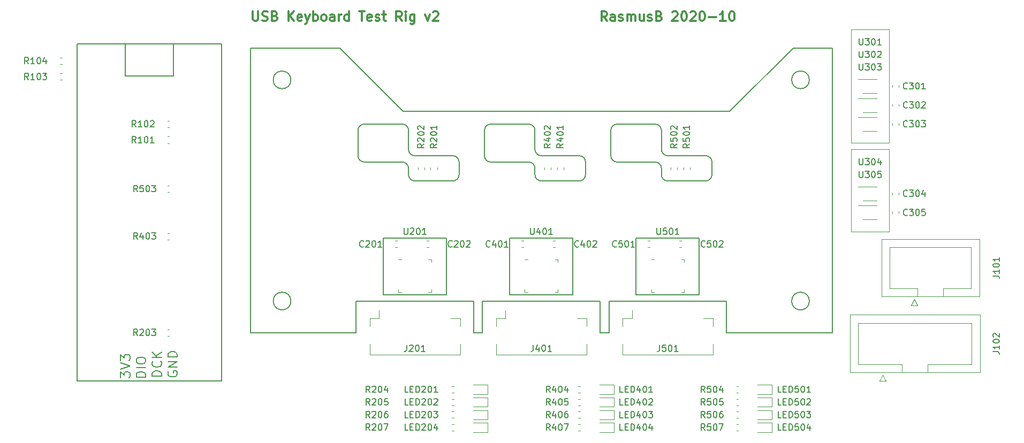
<source format=gto>
G04 #@! TF.GenerationSoftware,KiCad,Pcbnew,(5.1.6)-1*
G04 #@! TF.CreationDate,2020-10-12T20:39:35+02:00*
G04 #@! TF.ProjectId,TestRig-PCB,54657374-5269-4672-9d50-43422e6b6963,rev?*
G04 #@! TF.SameCoordinates,Original*
G04 #@! TF.FileFunction,Legend,Top*
G04 #@! TF.FilePolarity,Positive*
%FSLAX46Y46*%
G04 Gerber Fmt 4.6, Leading zero omitted, Abs format (unit mm)*
G04 Created by KiCad (PCBNEW (5.1.6)-1) date 2020-10-12 20:39:35*
%MOMM*%
%LPD*%
G01*
G04 APERTURE LIST*
%ADD10C,0.300000*%
%ADD11C,0.120000*%
%ADD12C,0.200000*%
%ADD13C,0.150000*%
G04 APERTURE END LIST*
D10*
X168357142Y-56678571D02*
X167857142Y-55964285D01*
X167500000Y-56678571D02*
X167500000Y-55178571D01*
X168071428Y-55178571D01*
X168214285Y-55250000D01*
X168285714Y-55321428D01*
X168357142Y-55464285D01*
X168357142Y-55678571D01*
X168285714Y-55821428D01*
X168214285Y-55892857D01*
X168071428Y-55964285D01*
X167500000Y-55964285D01*
X169642857Y-56678571D02*
X169642857Y-55892857D01*
X169571428Y-55750000D01*
X169428571Y-55678571D01*
X169142857Y-55678571D01*
X169000000Y-55750000D01*
X169642857Y-56607142D02*
X169500000Y-56678571D01*
X169142857Y-56678571D01*
X169000000Y-56607142D01*
X168928571Y-56464285D01*
X168928571Y-56321428D01*
X169000000Y-56178571D01*
X169142857Y-56107142D01*
X169500000Y-56107142D01*
X169642857Y-56035714D01*
X170285714Y-56607142D02*
X170428571Y-56678571D01*
X170714285Y-56678571D01*
X170857142Y-56607142D01*
X170928571Y-56464285D01*
X170928571Y-56392857D01*
X170857142Y-56250000D01*
X170714285Y-56178571D01*
X170500000Y-56178571D01*
X170357142Y-56107142D01*
X170285714Y-55964285D01*
X170285714Y-55892857D01*
X170357142Y-55750000D01*
X170500000Y-55678571D01*
X170714285Y-55678571D01*
X170857142Y-55750000D01*
X171571428Y-56678571D02*
X171571428Y-55678571D01*
X171571428Y-55821428D02*
X171642857Y-55750000D01*
X171785714Y-55678571D01*
X172000000Y-55678571D01*
X172142857Y-55750000D01*
X172214285Y-55892857D01*
X172214285Y-56678571D01*
X172214285Y-55892857D02*
X172285714Y-55750000D01*
X172428571Y-55678571D01*
X172642857Y-55678571D01*
X172785714Y-55750000D01*
X172857142Y-55892857D01*
X172857142Y-56678571D01*
X174214285Y-55678571D02*
X174214285Y-56678571D01*
X173571428Y-55678571D02*
X173571428Y-56464285D01*
X173642857Y-56607142D01*
X173785714Y-56678571D01*
X174000000Y-56678571D01*
X174142857Y-56607142D01*
X174214285Y-56535714D01*
X174857142Y-56607142D02*
X175000000Y-56678571D01*
X175285714Y-56678571D01*
X175428571Y-56607142D01*
X175500000Y-56464285D01*
X175500000Y-56392857D01*
X175428571Y-56250000D01*
X175285714Y-56178571D01*
X175071428Y-56178571D01*
X174928571Y-56107142D01*
X174857142Y-55964285D01*
X174857142Y-55892857D01*
X174928571Y-55750000D01*
X175071428Y-55678571D01*
X175285714Y-55678571D01*
X175428571Y-55750000D01*
X176642857Y-55892857D02*
X176857142Y-55964285D01*
X176928571Y-56035714D01*
X177000000Y-56178571D01*
X177000000Y-56392857D01*
X176928571Y-56535714D01*
X176857142Y-56607142D01*
X176714285Y-56678571D01*
X176142857Y-56678571D01*
X176142857Y-55178571D01*
X176642857Y-55178571D01*
X176785714Y-55250000D01*
X176857142Y-55321428D01*
X176928571Y-55464285D01*
X176928571Y-55607142D01*
X176857142Y-55750000D01*
X176785714Y-55821428D01*
X176642857Y-55892857D01*
X176142857Y-55892857D01*
X178714285Y-55321428D02*
X178785714Y-55250000D01*
X178928571Y-55178571D01*
X179285714Y-55178571D01*
X179428571Y-55250000D01*
X179500000Y-55321428D01*
X179571428Y-55464285D01*
X179571428Y-55607142D01*
X179500000Y-55821428D01*
X178642857Y-56678571D01*
X179571428Y-56678571D01*
X180500000Y-55178571D02*
X180642857Y-55178571D01*
X180785714Y-55250000D01*
X180857142Y-55321428D01*
X180928571Y-55464285D01*
X181000000Y-55750000D01*
X181000000Y-56107142D01*
X180928571Y-56392857D01*
X180857142Y-56535714D01*
X180785714Y-56607142D01*
X180642857Y-56678571D01*
X180500000Y-56678571D01*
X180357142Y-56607142D01*
X180285714Y-56535714D01*
X180214285Y-56392857D01*
X180142857Y-56107142D01*
X180142857Y-55750000D01*
X180214285Y-55464285D01*
X180285714Y-55321428D01*
X180357142Y-55250000D01*
X180500000Y-55178571D01*
X181571428Y-55321428D02*
X181642857Y-55250000D01*
X181785714Y-55178571D01*
X182142857Y-55178571D01*
X182285714Y-55250000D01*
X182357142Y-55321428D01*
X182428571Y-55464285D01*
X182428571Y-55607142D01*
X182357142Y-55821428D01*
X181500000Y-56678571D01*
X182428571Y-56678571D01*
X183357142Y-55178571D02*
X183500000Y-55178571D01*
X183642857Y-55250000D01*
X183714285Y-55321428D01*
X183785714Y-55464285D01*
X183857142Y-55750000D01*
X183857142Y-56107142D01*
X183785714Y-56392857D01*
X183714285Y-56535714D01*
X183642857Y-56607142D01*
X183500000Y-56678571D01*
X183357142Y-56678571D01*
X183214285Y-56607142D01*
X183142857Y-56535714D01*
X183071428Y-56392857D01*
X183000000Y-56107142D01*
X183000000Y-55750000D01*
X183071428Y-55464285D01*
X183142857Y-55321428D01*
X183214285Y-55250000D01*
X183357142Y-55178571D01*
X184500000Y-56107142D02*
X185642857Y-56107142D01*
X187142857Y-56678571D02*
X186285714Y-56678571D01*
X186714285Y-56678571D02*
X186714285Y-55178571D01*
X186571428Y-55392857D01*
X186428571Y-55535714D01*
X186285714Y-55607142D01*
X188071428Y-55178571D02*
X188214285Y-55178571D01*
X188357142Y-55250000D01*
X188428571Y-55321428D01*
X188500000Y-55464285D01*
X188571428Y-55750000D01*
X188571428Y-56107142D01*
X188500000Y-56392857D01*
X188428571Y-56535714D01*
X188357142Y-56607142D01*
X188214285Y-56678571D01*
X188071428Y-56678571D01*
X187928571Y-56607142D01*
X187857142Y-56535714D01*
X187785714Y-56392857D01*
X187714285Y-56107142D01*
X187714285Y-55750000D01*
X187785714Y-55464285D01*
X187857142Y-55321428D01*
X187928571Y-55250000D01*
X188071428Y-55178571D01*
X112357142Y-55178571D02*
X112357142Y-56392857D01*
X112428571Y-56535714D01*
X112500000Y-56607142D01*
X112642857Y-56678571D01*
X112928571Y-56678571D01*
X113071428Y-56607142D01*
X113142857Y-56535714D01*
X113214285Y-56392857D01*
X113214285Y-55178571D01*
X113857142Y-56607142D02*
X114071428Y-56678571D01*
X114428571Y-56678571D01*
X114571428Y-56607142D01*
X114642857Y-56535714D01*
X114714285Y-56392857D01*
X114714285Y-56250000D01*
X114642857Y-56107142D01*
X114571428Y-56035714D01*
X114428571Y-55964285D01*
X114142857Y-55892857D01*
X114000000Y-55821428D01*
X113928571Y-55750000D01*
X113857142Y-55607142D01*
X113857142Y-55464285D01*
X113928571Y-55321428D01*
X114000000Y-55250000D01*
X114142857Y-55178571D01*
X114500000Y-55178571D01*
X114714285Y-55250000D01*
X115857142Y-55892857D02*
X116071428Y-55964285D01*
X116142857Y-56035714D01*
X116214285Y-56178571D01*
X116214285Y-56392857D01*
X116142857Y-56535714D01*
X116071428Y-56607142D01*
X115928571Y-56678571D01*
X115357142Y-56678571D01*
X115357142Y-55178571D01*
X115857142Y-55178571D01*
X116000000Y-55250000D01*
X116071428Y-55321428D01*
X116142857Y-55464285D01*
X116142857Y-55607142D01*
X116071428Y-55750000D01*
X116000000Y-55821428D01*
X115857142Y-55892857D01*
X115357142Y-55892857D01*
X118000000Y-56678571D02*
X118000000Y-55178571D01*
X118857142Y-56678571D02*
X118214285Y-55821428D01*
X118857142Y-55178571D02*
X118000000Y-56035714D01*
X120071428Y-56607142D02*
X119928571Y-56678571D01*
X119642857Y-56678571D01*
X119500000Y-56607142D01*
X119428571Y-56464285D01*
X119428571Y-55892857D01*
X119500000Y-55750000D01*
X119642857Y-55678571D01*
X119928571Y-55678571D01*
X120071428Y-55750000D01*
X120142857Y-55892857D01*
X120142857Y-56035714D01*
X119428571Y-56178571D01*
X120642857Y-55678571D02*
X121000000Y-56678571D01*
X121357142Y-55678571D02*
X121000000Y-56678571D01*
X120857142Y-57035714D01*
X120785714Y-57107142D01*
X120642857Y-57178571D01*
X121928571Y-56678571D02*
X121928571Y-55178571D01*
X121928571Y-55750000D02*
X122071428Y-55678571D01*
X122357142Y-55678571D01*
X122500000Y-55750000D01*
X122571428Y-55821428D01*
X122642857Y-55964285D01*
X122642857Y-56392857D01*
X122571428Y-56535714D01*
X122500000Y-56607142D01*
X122357142Y-56678571D01*
X122071428Y-56678571D01*
X121928571Y-56607142D01*
X123500000Y-56678571D02*
X123357142Y-56607142D01*
X123285714Y-56535714D01*
X123214285Y-56392857D01*
X123214285Y-55964285D01*
X123285714Y-55821428D01*
X123357142Y-55750000D01*
X123500000Y-55678571D01*
X123714285Y-55678571D01*
X123857142Y-55750000D01*
X123928571Y-55821428D01*
X124000000Y-55964285D01*
X124000000Y-56392857D01*
X123928571Y-56535714D01*
X123857142Y-56607142D01*
X123714285Y-56678571D01*
X123500000Y-56678571D01*
X125285714Y-56678571D02*
X125285714Y-55892857D01*
X125214285Y-55750000D01*
X125071428Y-55678571D01*
X124785714Y-55678571D01*
X124642857Y-55750000D01*
X125285714Y-56607142D02*
X125142857Y-56678571D01*
X124785714Y-56678571D01*
X124642857Y-56607142D01*
X124571428Y-56464285D01*
X124571428Y-56321428D01*
X124642857Y-56178571D01*
X124785714Y-56107142D01*
X125142857Y-56107142D01*
X125285714Y-56035714D01*
X126000000Y-56678571D02*
X126000000Y-55678571D01*
X126000000Y-55964285D02*
X126071428Y-55821428D01*
X126142857Y-55750000D01*
X126285714Y-55678571D01*
X126428571Y-55678571D01*
X127571428Y-56678571D02*
X127571428Y-55178571D01*
X127571428Y-56607142D02*
X127428571Y-56678571D01*
X127142857Y-56678571D01*
X127000000Y-56607142D01*
X126928571Y-56535714D01*
X126857142Y-56392857D01*
X126857142Y-55964285D01*
X126928571Y-55821428D01*
X127000000Y-55750000D01*
X127142857Y-55678571D01*
X127428571Y-55678571D01*
X127571428Y-55750000D01*
X129214285Y-55178571D02*
X130071428Y-55178571D01*
X129642857Y-56678571D02*
X129642857Y-55178571D01*
X131142857Y-56607142D02*
X131000000Y-56678571D01*
X130714285Y-56678571D01*
X130571428Y-56607142D01*
X130500000Y-56464285D01*
X130500000Y-55892857D01*
X130571428Y-55750000D01*
X130714285Y-55678571D01*
X131000000Y-55678571D01*
X131142857Y-55750000D01*
X131214285Y-55892857D01*
X131214285Y-56035714D01*
X130500000Y-56178571D01*
X131785714Y-56607142D02*
X131928571Y-56678571D01*
X132214285Y-56678571D01*
X132357142Y-56607142D01*
X132428571Y-56464285D01*
X132428571Y-56392857D01*
X132357142Y-56250000D01*
X132214285Y-56178571D01*
X132000000Y-56178571D01*
X131857142Y-56107142D01*
X131785714Y-55964285D01*
X131785714Y-55892857D01*
X131857142Y-55750000D01*
X132000000Y-55678571D01*
X132214285Y-55678571D01*
X132357142Y-55750000D01*
X132857142Y-55678571D02*
X133428571Y-55678571D01*
X133071428Y-55178571D02*
X133071428Y-56464285D01*
X133142857Y-56607142D01*
X133285714Y-56678571D01*
X133428571Y-56678571D01*
X135928571Y-56678571D02*
X135428571Y-55964285D01*
X135071428Y-56678571D02*
X135071428Y-55178571D01*
X135642857Y-55178571D01*
X135785714Y-55250000D01*
X135857142Y-55321428D01*
X135928571Y-55464285D01*
X135928571Y-55678571D01*
X135857142Y-55821428D01*
X135785714Y-55892857D01*
X135642857Y-55964285D01*
X135071428Y-55964285D01*
X136571428Y-56678571D02*
X136571428Y-55678571D01*
X136571428Y-55178571D02*
X136500000Y-55250000D01*
X136571428Y-55321428D01*
X136642857Y-55250000D01*
X136571428Y-55178571D01*
X136571428Y-55321428D01*
X137928571Y-55678571D02*
X137928571Y-56892857D01*
X137857142Y-57035714D01*
X137785714Y-57107142D01*
X137642857Y-57178571D01*
X137428571Y-57178571D01*
X137285714Y-57107142D01*
X137928571Y-56607142D02*
X137785714Y-56678571D01*
X137500000Y-56678571D01*
X137357142Y-56607142D01*
X137285714Y-56535714D01*
X137214285Y-56392857D01*
X137214285Y-55964285D01*
X137285714Y-55821428D01*
X137357142Y-55750000D01*
X137500000Y-55678571D01*
X137785714Y-55678571D01*
X137928571Y-55750000D01*
X139642857Y-55678571D02*
X140000000Y-56678571D01*
X140357142Y-55678571D01*
X140857142Y-55321428D02*
X140928571Y-55250000D01*
X141071428Y-55178571D01*
X141428571Y-55178571D01*
X141571428Y-55250000D01*
X141642857Y-55321428D01*
X141714285Y-55464285D01*
X141714285Y-55607142D01*
X141642857Y-55821428D01*
X140785714Y-56678571D01*
X141714285Y-56678571D01*
D11*
X207000000Y-90000000D02*
X207000000Y-77000000D01*
X213000000Y-90000000D02*
X207000000Y-90000000D01*
X213000000Y-77000000D02*
X213000000Y-90000000D01*
X207000000Y-77000000D02*
X213000000Y-77000000D01*
X213000000Y-58000000D02*
X207000000Y-58000000D01*
X213000000Y-76000000D02*
X213000000Y-58000000D01*
X207000000Y-76000000D02*
X213000000Y-76000000D01*
X207000000Y-58000000D02*
X207000000Y-76000000D01*
D12*
X137992896Y-82000001D02*
X143992896Y-82000001D01*
X136992896Y-80000001D02*
X136992896Y-81000001D01*
X148992894Y-74000000D02*
X148992894Y-78000001D01*
X153012155Y-91000001D02*
X163012155Y-91000001D01*
X163012155Y-100000000D02*
X153012155Y-100000000D01*
X163012155Y-91000001D02*
X163012155Y-100000000D01*
X135992896Y-73000000D02*
X129992894Y-73000000D01*
X144992896Y-81000001D02*
X144992896Y-79000001D01*
X182992896Y-100000001D02*
X172992896Y-100000001D01*
X136992896Y-77000001D02*
X136992896Y-74000000D01*
X153012155Y-100000000D02*
X153012155Y-91000001D01*
X163992896Y-78000001D02*
X157992896Y-78000001D01*
X128992894Y-74000000D02*
X128992894Y-78000001D01*
X172992896Y-100000001D02*
X172992896Y-91000001D01*
X156992896Y-77000001D02*
X156992896Y-74000000D01*
X129992894Y-79000001D02*
X135992896Y-79000001D01*
X172992896Y-91000001D02*
X182992896Y-91000001D01*
X182992896Y-91000001D02*
X182992896Y-100000001D01*
X143992896Y-78000001D02*
X137992896Y-78000001D01*
X156992896Y-80000001D02*
X156992896Y-81000000D01*
X164992896Y-81000000D02*
X164992896Y-79000001D01*
X157992896Y-82000000D02*
X163992896Y-82000000D01*
X149992894Y-79000001D02*
X155992896Y-79000001D01*
X155992896Y-73000000D02*
X149992894Y-73000000D01*
X184992896Y-81000001D02*
X184992896Y-79000001D01*
X176992896Y-80000001D02*
X176992896Y-81000001D01*
X187817895Y-71000000D02*
X136167894Y-71000000D01*
X147285787Y-106000000D02*
X148700000Y-106000000D01*
X148700000Y-106000000D02*
X148700000Y-101000000D01*
X118392895Y-101000001D02*
G75*
G03*
X118392895Y-101000001I-1400000J0D01*
G01*
X200392896Y-66000000D02*
G75*
G03*
X200392896Y-66000000I-1400000J0D01*
G01*
X136167894Y-71000000D02*
X126167894Y-61000000D01*
X132992895Y-91000001D02*
X142992896Y-91000001D01*
X177992896Y-82000001D02*
X183992896Y-82000001D01*
X168992894Y-74000000D02*
X168992894Y-78000001D01*
X118392895Y-66000000D02*
G75*
G03*
X118392895Y-66000000I-1400000J0D01*
G01*
X168700000Y-106000000D02*
X168700000Y-101000000D01*
X183992896Y-78000001D02*
X177992896Y-78000001D01*
X187285787Y-106000000D02*
X203992894Y-106000000D01*
X111992894Y-106000000D02*
X128700000Y-106000000D01*
X126167894Y-61000000D02*
X111992894Y-61000000D01*
X169992894Y-79000001D02*
X175992896Y-79000001D01*
X187285787Y-101000000D02*
X187285787Y-106000000D01*
X111992894Y-61000000D02*
X111992894Y-106000000D01*
X142992896Y-100000001D02*
X132992895Y-100000001D01*
X142992896Y-91000001D02*
X142992896Y-100000001D01*
X176992896Y-77000001D02*
X176992896Y-74000000D01*
X197817895Y-61000000D02*
X187817895Y-71000000D01*
X168700000Y-101000000D02*
X187285787Y-101000000D01*
X167285787Y-101000000D02*
X167285787Y-106000000D01*
X200392896Y-101000001D02*
G75*
G03*
X200392896Y-101000001I-1400000J0D01*
G01*
X147285787Y-101000000D02*
X147285787Y-106000000D01*
X148700000Y-101000000D02*
X167285787Y-101000000D01*
X175992896Y-73000000D02*
X169992894Y-73000000D01*
X203992894Y-106000000D02*
X203992894Y-61000000D01*
X128700000Y-106000000D02*
X128700000Y-101000000D01*
X132992895Y-100000001D02*
X132992895Y-91000001D01*
X167285787Y-106000000D02*
X168700000Y-106000000D01*
X203992894Y-61000000D02*
X197817895Y-61000000D01*
X128700000Y-101000000D02*
X147285787Y-101000000D01*
X157992896Y-78000001D02*
G75*
G02*
X156992896Y-77000001I0J1000000D01*
G01*
X143992896Y-78000001D02*
G75*
G02*
X144992896Y-79000001I0J-1000000D01*
G01*
X149992894Y-79000001D02*
G75*
G02*
X148992894Y-78000001I0J1000000D01*
G01*
X155992896Y-73000000D02*
G75*
G02*
X156992896Y-74000000I0J-1000000D01*
G01*
X137992896Y-82000001D02*
G75*
G02*
X136992896Y-81000001I0J1000000D01*
G01*
X135992896Y-73000000D02*
G75*
G02*
X136992896Y-74000000I0J-1000000D01*
G01*
X137992896Y-78000001D02*
G75*
G02*
X136992896Y-77000001I0J1000000D01*
G01*
X135992896Y-79000001D02*
G75*
G02*
X136992896Y-80000001I0J-1000000D01*
G01*
X148992895Y-73999999D02*
G75*
G02*
X149992894Y-73000000I999999J0D01*
G01*
X155992896Y-79000001D02*
G75*
G02*
X156992896Y-80000001I0J-1000000D01*
G01*
X129992894Y-79000001D02*
G75*
G02*
X128992894Y-78000001I0J1000000D01*
G01*
X163992896Y-78000001D02*
G75*
G02*
X164992896Y-79000001I0J-1000000D01*
G01*
X144992896Y-81000001D02*
G75*
G02*
X143992896Y-82000001I-1000000J0D01*
G01*
X164992897Y-80999999D02*
G75*
G02*
X163992896Y-82000000I-1000001J0D01*
G01*
X157992896Y-82000000D02*
G75*
G02*
X156992896Y-81000000I0J1000000D01*
G01*
X128992895Y-73999999D02*
G75*
G02*
X129992894Y-73000000I999999J0D01*
G01*
X168992894Y-74000000D02*
G75*
G02*
X169992894Y-73000000I1000000J0D01*
G01*
X177992896Y-78000001D02*
G75*
G02*
X176992896Y-77000001I0J1000000D01*
G01*
X184992896Y-81000001D02*
G75*
G02*
X183992896Y-82000001I-1000000J0D01*
G01*
X177992896Y-82000001D02*
G75*
G02*
X176992896Y-81000001I0J1000000D01*
G01*
X175992896Y-73000000D02*
G75*
G02*
X176992896Y-74000000I0J-1000000D01*
G01*
X183992896Y-78000001D02*
G75*
G02*
X184992896Y-79000001I0J-1000000D01*
G01*
X169992894Y-79000001D02*
G75*
G02*
X168992894Y-78000001I0J1000000D01*
G01*
X175992896Y-79000001D02*
G75*
G02*
X176992896Y-80000001I0J-1000000D01*
G01*
D11*
X192200000Y-121735000D02*
X194485000Y-121735000D01*
X194485000Y-121735000D02*
X194485000Y-120265000D01*
X194485000Y-120265000D02*
X192200000Y-120265000D01*
X192200000Y-119735000D02*
X194485000Y-119735000D01*
X194485000Y-119735000D02*
X194485000Y-118265000D01*
X194485000Y-118265000D02*
X192200000Y-118265000D01*
X192200000Y-117735000D02*
X194485000Y-117735000D01*
X194485000Y-117735000D02*
X194485000Y-116265000D01*
X194485000Y-116265000D02*
X192200000Y-116265000D01*
X192200000Y-115735000D02*
X194485000Y-115735000D01*
X194485000Y-115735000D02*
X194485000Y-114265000D01*
X194485000Y-114265000D02*
X192200000Y-114265000D01*
X167200000Y-121735000D02*
X169485000Y-121735000D01*
X169485000Y-121735000D02*
X169485000Y-120265000D01*
X169485000Y-120265000D02*
X167200000Y-120265000D01*
X167200000Y-119735000D02*
X169485000Y-119735000D01*
X169485000Y-119735000D02*
X169485000Y-118265000D01*
X169485000Y-118265000D02*
X167200000Y-118265000D01*
X167200000Y-117735000D02*
X169485000Y-117735000D01*
X169485000Y-117735000D02*
X169485000Y-116265000D01*
X169485000Y-116265000D02*
X167200000Y-116265000D01*
X167200000Y-115735000D02*
X169485000Y-115735000D01*
X169485000Y-115735000D02*
X169485000Y-114265000D01*
X169485000Y-114265000D02*
X167200000Y-114265000D01*
X147200000Y-121735000D02*
X149485000Y-121735000D01*
X149485000Y-121735000D02*
X149485000Y-120265000D01*
X149485000Y-120265000D02*
X147200000Y-120265000D01*
X147200000Y-119735000D02*
X149485000Y-119735000D01*
X149485000Y-119735000D02*
X149485000Y-118265000D01*
X149485000Y-118265000D02*
X147200000Y-118265000D01*
X147200000Y-117735000D02*
X149485000Y-117735000D01*
X149485000Y-117735000D02*
X149485000Y-116265000D01*
X149485000Y-116265000D02*
X147200000Y-116265000D01*
X147200000Y-115735000D02*
X149485000Y-115735000D01*
X149485000Y-115735000D02*
X149485000Y-114265000D01*
X149485000Y-114265000D02*
X147200000Y-114265000D01*
X188837221Y-120490000D02*
X189162779Y-120490000D01*
X188837221Y-121510000D02*
X189162779Y-121510000D01*
X188837221Y-118490000D02*
X189162779Y-118490000D01*
X188837221Y-119510000D02*
X189162779Y-119510000D01*
X188837221Y-116490000D02*
X189162779Y-116490000D01*
X188837221Y-117510000D02*
X189162779Y-117510000D01*
X188837221Y-114490000D02*
X189162779Y-114490000D01*
X188837221Y-115510000D02*
X189162779Y-115510000D01*
X163837221Y-120490000D02*
X164162779Y-120490000D01*
X163837221Y-121510000D02*
X164162779Y-121510000D01*
X163837221Y-118490000D02*
X164162779Y-118490000D01*
X163837221Y-119510000D02*
X164162779Y-119510000D01*
X163837221Y-116490000D02*
X164162779Y-116490000D01*
X163837221Y-117510000D02*
X164162779Y-117510000D01*
X163837221Y-114490000D02*
X164162779Y-114490000D01*
X163837221Y-115510000D02*
X164162779Y-115510000D01*
X143837221Y-120490000D02*
X144162779Y-120490000D01*
X143837221Y-121510000D02*
X144162779Y-121510000D01*
X143837221Y-118490000D02*
X144162779Y-118490000D01*
X143837221Y-119510000D02*
X144162779Y-119510000D01*
X143837221Y-116490000D02*
X144162779Y-116490000D01*
X143837221Y-117510000D02*
X144162779Y-117510000D01*
X143837221Y-114490000D02*
X144162779Y-114490000D01*
X143837221Y-115510000D02*
X144162779Y-115510000D01*
X98837221Y-90240000D02*
X99162779Y-90240000D01*
X98837221Y-91260000D02*
X99162779Y-91260000D01*
X98837221Y-82740000D02*
X99162779Y-82740000D01*
X98837221Y-83760000D02*
X99162779Y-83760000D01*
X98837221Y-105490000D02*
X99162779Y-105490000D01*
X98837221Y-106510000D02*
X99162779Y-106510000D01*
X81837221Y-62490000D02*
X82162779Y-62490000D01*
X81837221Y-63510000D02*
X82162779Y-63510000D01*
X81837221Y-64990000D02*
X82162779Y-64990000D01*
X81837221Y-66010000D02*
X82162779Y-66010000D01*
X98837221Y-73510000D02*
X99162779Y-73510000D01*
X98837221Y-72490000D02*
X99162779Y-72490000D01*
X98837221Y-76010000D02*
X99162779Y-76010000D01*
X98837221Y-74990000D02*
X99162779Y-74990000D01*
X139837221Y-91490000D02*
X140162779Y-91490000D01*
X139837221Y-92510000D02*
X140162779Y-92510000D01*
X152340000Y-103700000D02*
X150850000Y-103700000D01*
X150850000Y-103700000D02*
X150850000Y-105040000D01*
X163660000Y-103700000D02*
X165150000Y-103700000D01*
X165150000Y-103700000D02*
X165150000Y-105040000D01*
X150850000Y-107760000D02*
X150850000Y-109500000D01*
X150850000Y-109500000D02*
X165150000Y-109500000D01*
X165150000Y-109500000D02*
X165150000Y-107760000D01*
X152340000Y-103700000D02*
X152340000Y-102500000D01*
X206790000Y-112290000D02*
X206790000Y-103170000D01*
X206790000Y-103170000D02*
X227370000Y-103170000D01*
X227370000Y-103170000D02*
X227370000Y-112290000D01*
X227370000Y-112290000D02*
X206790000Y-112290000D01*
X215030000Y-112290000D02*
X215030000Y-110980000D01*
X215030000Y-110980000D02*
X208090000Y-110980000D01*
X208090000Y-110980000D02*
X208090000Y-104480000D01*
X208090000Y-104480000D02*
X226070000Y-104480000D01*
X226070000Y-104480000D02*
X226070000Y-110980000D01*
X226070000Y-110980000D02*
X219130000Y-110980000D01*
X219130000Y-110980000D02*
X219130000Y-110980000D01*
X219130000Y-110980000D02*
X219130000Y-112290000D01*
X212000000Y-112680000D02*
X211500000Y-113680000D01*
X211500000Y-113680000D02*
X212500000Y-113680000D01*
X212500000Y-113680000D02*
X212000000Y-112680000D01*
X211790000Y-100290000D02*
X211790000Y-91170000D01*
X211790000Y-91170000D02*
X227290000Y-91170000D01*
X227290000Y-91170000D02*
X227290000Y-100290000D01*
X227290000Y-100290000D02*
X211790000Y-100290000D01*
X217490000Y-100290000D02*
X217490000Y-98980000D01*
X217490000Y-98980000D02*
X213090000Y-98980000D01*
X213090000Y-98980000D02*
X213090000Y-92480000D01*
X213090000Y-92480000D02*
X225990000Y-92480000D01*
X225990000Y-92480000D02*
X225990000Y-98980000D01*
X225990000Y-98980000D02*
X221590000Y-98980000D01*
X221590000Y-98980000D02*
X221590000Y-98980000D01*
X221590000Y-98980000D02*
X221590000Y-100290000D01*
X217000000Y-100680000D02*
X216500000Y-101680000D01*
X216500000Y-101680000D02*
X217500000Y-101680000D01*
X217500000Y-101680000D02*
X217000000Y-100680000D01*
X180135000Y-94390000D02*
X180610000Y-94390000D01*
X180610000Y-94390000D02*
X180610000Y-94865000D01*
X175865000Y-99610000D02*
X175390000Y-99610000D01*
X175390000Y-99610000D02*
X175390000Y-99135000D01*
X180135000Y-99610000D02*
X180610000Y-99610000D01*
X180610000Y-99610000D02*
X180610000Y-99135000D01*
X175865000Y-94390000D02*
X175390000Y-94390000D01*
X160135000Y-94390000D02*
X160610000Y-94390000D01*
X160610000Y-94390000D02*
X160610000Y-94865000D01*
X155865000Y-99610000D02*
X155390000Y-99610000D01*
X155390000Y-99610000D02*
X155390000Y-99135000D01*
X160135000Y-99610000D02*
X160610000Y-99610000D01*
X160610000Y-99610000D02*
X160610000Y-99135000D01*
X155865000Y-94390000D02*
X155390000Y-94390000D01*
X211100000Y-88100000D02*
X208900000Y-88100000D01*
X211100000Y-85900000D02*
X208100000Y-85900000D01*
X211100000Y-85100000D02*
X208900000Y-85100000D01*
X211100000Y-82900000D02*
X208100000Y-82900000D01*
X211100000Y-74100000D02*
X208900000Y-74100000D01*
X211100000Y-71900000D02*
X208100000Y-71900000D01*
X211100000Y-71100000D02*
X208900000Y-71100000D01*
X211100000Y-68900000D02*
X208100000Y-68900000D01*
X211100000Y-68100000D02*
X208900000Y-68100000D01*
X211100000Y-65900000D02*
X208100000Y-65900000D01*
X140135000Y-94390000D02*
X140610000Y-94390000D01*
X140610000Y-94390000D02*
X140610000Y-94865000D01*
X135865000Y-99610000D02*
X135390000Y-99610000D01*
X135390000Y-99610000D02*
X135390000Y-99135000D01*
X140135000Y-99610000D02*
X140610000Y-99610000D01*
X140610000Y-99610000D02*
X140610000Y-99135000D01*
X135865000Y-94390000D02*
X135390000Y-94390000D01*
X178490000Y-80162779D02*
X178490000Y-79837221D01*
X179510000Y-80162779D02*
X179510000Y-79837221D01*
X181510000Y-79837221D02*
X181510000Y-80162779D01*
X180490000Y-79837221D02*
X180490000Y-80162779D01*
X158490000Y-80162779D02*
X158490000Y-79837221D01*
X159510000Y-80162779D02*
X159510000Y-79837221D01*
X161510000Y-79837221D02*
X161510000Y-80162779D01*
X160490000Y-79837221D02*
X160490000Y-80162779D01*
D12*
X84570000Y-60330000D02*
X107430000Y-60330000D01*
X84570000Y-113670000D02*
X84570000Y-60330000D01*
X107430000Y-113670000D02*
X84570000Y-113670000D01*
X107430000Y-60330000D02*
X107430000Y-113670000D01*
X92190000Y-65410000D02*
X92190000Y-60330000D01*
X99810000Y-65410000D02*
X92190000Y-65410000D01*
X99810000Y-60330000D02*
X99810000Y-65410000D01*
D11*
X172340000Y-103700000D02*
X170850000Y-103700000D01*
X170850000Y-103700000D02*
X170850000Y-105040000D01*
X183660000Y-103700000D02*
X185150000Y-103700000D01*
X185150000Y-103700000D02*
X185150000Y-105040000D01*
X170850000Y-107760000D02*
X170850000Y-109500000D01*
X170850000Y-109500000D02*
X185150000Y-109500000D01*
X185150000Y-109500000D02*
X185150000Y-107760000D01*
X172340000Y-103700000D02*
X172340000Y-102500000D01*
X179837221Y-91490000D02*
X180162779Y-91490000D01*
X179837221Y-92510000D02*
X180162779Y-92510000D01*
X175162779Y-92510000D02*
X174837221Y-92510000D01*
X175162779Y-91490000D02*
X174837221Y-91490000D01*
X159837221Y-91490000D02*
X160162779Y-91490000D01*
X159837221Y-92510000D02*
X160162779Y-92510000D01*
X155162779Y-92510000D02*
X154837221Y-92510000D01*
X155162779Y-91490000D02*
X154837221Y-91490000D01*
X214510000Y-86837221D02*
X214510000Y-87162779D01*
X213490000Y-86837221D02*
X213490000Y-87162779D01*
X214510000Y-83837221D02*
X214510000Y-84162779D01*
X213490000Y-83837221D02*
X213490000Y-84162779D01*
X214510000Y-72837221D02*
X214510000Y-73162779D01*
X213490000Y-72837221D02*
X213490000Y-73162779D01*
X214510000Y-69837221D02*
X214510000Y-70162779D01*
X213490000Y-69837221D02*
X213490000Y-70162779D01*
X214510000Y-66837221D02*
X214510000Y-67162779D01*
X213490000Y-66837221D02*
X213490000Y-67162779D01*
X135162779Y-92510000D02*
X134837221Y-92510000D01*
X135162779Y-91490000D02*
X134837221Y-91490000D01*
X132340000Y-103700000D02*
X130850000Y-103700000D01*
X130850000Y-103700000D02*
X130850000Y-105040000D01*
X143660000Y-103700000D02*
X145150000Y-103700000D01*
X145150000Y-103700000D02*
X145150000Y-105040000D01*
X130850000Y-107760000D02*
X130850000Y-109500000D01*
X130850000Y-109500000D02*
X145150000Y-109500000D01*
X145150000Y-109500000D02*
X145150000Y-107760000D01*
X132340000Y-103700000D02*
X132340000Y-102500000D01*
X138490000Y-80162779D02*
X138490000Y-79837221D01*
X139510000Y-80162779D02*
X139510000Y-79837221D01*
X141510000Y-79837221D02*
X141510000Y-80162779D01*
X140490000Y-79837221D02*
X140490000Y-80162779D01*
D13*
X195928571Y-121452380D02*
X195452380Y-121452380D01*
X195452380Y-120452380D01*
X196261904Y-120928571D02*
X196595238Y-120928571D01*
X196738095Y-121452380D02*
X196261904Y-121452380D01*
X196261904Y-120452380D01*
X196738095Y-120452380D01*
X197166666Y-121452380D02*
X197166666Y-120452380D01*
X197404761Y-120452380D01*
X197547619Y-120500000D01*
X197642857Y-120595238D01*
X197690476Y-120690476D01*
X197738095Y-120880952D01*
X197738095Y-121023809D01*
X197690476Y-121214285D01*
X197642857Y-121309523D01*
X197547619Y-121404761D01*
X197404761Y-121452380D01*
X197166666Y-121452380D01*
X198642857Y-120452380D02*
X198166666Y-120452380D01*
X198119047Y-120928571D01*
X198166666Y-120880952D01*
X198261904Y-120833333D01*
X198500000Y-120833333D01*
X198595238Y-120880952D01*
X198642857Y-120928571D01*
X198690476Y-121023809D01*
X198690476Y-121261904D01*
X198642857Y-121357142D01*
X198595238Y-121404761D01*
X198500000Y-121452380D01*
X198261904Y-121452380D01*
X198166666Y-121404761D01*
X198119047Y-121357142D01*
X199309523Y-120452380D02*
X199404761Y-120452380D01*
X199500000Y-120500000D01*
X199547619Y-120547619D01*
X199595238Y-120642857D01*
X199642857Y-120833333D01*
X199642857Y-121071428D01*
X199595238Y-121261904D01*
X199547619Y-121357142D01*
X199500000Y-121404761D01*
X199404761Y-121452380D01*
X199309523Y-121452380D01*
X199214285Y-121404761D01*
X199166666Y-121357142D01*
X199119047Y-121261904D01*
X199071428Y-121071428D01*
X199071428Y-120833333D01*
X199119047Y-120642857D01*
X199166666Y-120547619D01*
X199214285Y-120500000D01*
X199309523Y-120452380D01*
X200500000Y-120785714D02*
X200500000Y-121452380D01*
X200261904Y-120404761D02*
X200023809Y-121119047D01*
X200642857Y-121119047D01*
X195928571Y-119452380D02*
X195452380Y-119452380D01*
X195452380Y-118452380D01*
X196261904Y-118928571D02*
X196595238Y-118928571D01*
X196738095Y-119452380D02*
X196261904Y-119452380D01*
X196261904Y-118452380D01*
X196738095Y-118452380D01*
X197166666Y-119452380D02*
X197166666Y-118452380D01*
X197404761Y-118452380D01*
X197547619Y-118500000D01*
X197642857Y-118595238D01*
X197690476Y-118690476D01*
X197738095Y-118880952D01*
X197738095Y-119023809D01*
X197690476Y-119214285D01*
X197642857Y-119309523D01*
X197547619Y-119404761D01*
X197404761Y-119452380D01*
X197166666Y-119452380D01*
X198642857Y-118452380D02*
X198166666Y-118452380D01*
X198119047Y-118928571D01*
X198166666Y-118880952D01*
X198261904Y-118833333D01*
X198500000Y-118833333D01*
X198595238Y-118880952D01*
X198642857Y-118928571D01*
X198690476Y-119023809D01*
X198690476Y-119261904D01*
X198642857Y-119357142D01*
X198595238Y-119404761D01*
X198500000Y-119452380D01*
X198261904Y-119452380D01*
X198166666Y-119404761D01*
X198119047Y-119357142D01*
X199309523Y-118452380D02*
X199404761Y-118452380D01*
X199500000Y-118500000D01*
X199547619Y-118547619D01*
X199595238Y-118642857D01*
X199642857Y-118833333D01*
X199642857Y-119071428D01*
X199595238Y-119261904D01*
X199547619Y-119357142D01*
X199500000Y-119404761D01*
X199404761Y-119452380D01*
X199309523Y-119452380D01*
X199214285Y-119404761D01*
X199166666Y-119357142D01*
X199119047Y-119261904D01*
X199071428Y-119071428D01*
X199071428Y-118833333D01*
X199119047Y-118642857D01*
X199166666Y-118547619D01*
X199214285Y-118500000D01*
X199309523Y-118452380D01*
X199976190Y-118452380D02*
X200595238Y-118452380D01*
X200261904Y-118833333D01*
X200404761Y-118833333D01*
X200500000Y-118880952D01*
X200547619Y-118928571D01*
X200595238Y-119023809D01*
X200595238Y-119261904D01*
X200547619Y-119357142D01*
X200500000Y-119404761D01*
X200404761Y-119452380D01*
X200119047Y-119452380D01*
X200023809Y-119404761D01*
X199976190Y-119357142D01*
X195928571Y-117452380D02*
X195452380Y-117452380D01*
X195452380Y-116452380D01*
X196261904Y-116928571D02*
X196595238Y-116928571D01*
X196738095Y-117452380D02*
X196261904Y-117452380D01*
X196261904Y-116452380D01*
X196738095Y-116452380D01*
X197166666Y-117452380D02*
X197166666Y-116452380D01*
X197404761Y-116452380D01*
X197547619Y-116500000D01*
X197642857Y-116595238D01*
X197690476Y-116690476D01*
X197738095Y-116880952D01*
X197738095Y-117023809D01*
X197690476Y-117214285D01*
X197642857Y-117309523D01*
X197547619Y-117404761D01*
X197404761Y-117452380D01*
X197166666Y-117452380D01*
X198642857Y-116452380D02*
X198166666Y-116452380D01*
X198119047Y-116928571D01*
X198166666Y-116880952D01*
X198261904Y-116833333D01*
X198500000Y-116833333D01*
X198595238Y-116880952D01*
X198642857Y-116928571D01*
X198690476Y-117023809D01*
X198690476Y-117261904D01*
X198642857Y-117357142D01*
X198595238Y-117404761D01*
X198500000Y-117452380D01*
X198261904Y-117452380D01*
X198166666Y-117404761D01*
X198119047Y-117357142D01*
X199309523Y-116452380D02*
X199404761Y-116452380D01*
X199500000Y-116500000D01*
X199547619Y-116547619D01*
X199595238Y-116642857D01*
X199642857Y-116833333D01*
X199642857Y-117071428D01*
X199595238Y-117261904D01*
X199547619Y-117357142D01*
X199500000Y-117404761D01*
X199404761Y-117452380D01*
X199309523Y-117452380D01*
X199214285Y-117404761D01*
X199166666Y-117357142D01*
X199119047Y-117261904D01*
X199071428Y-117071428D01*
X199071428Y-116833333D01*
X199119047Y-116642857D01*
X199166666Y-116547619D01*
X199214285Y-116500000D01*
X199309523Y-116452380D01*
X200023809Y-116547619D02*
X200071428Y-116500000D01*
X200166666Y-116452380D01*
X200404761Y-116452380D01*
X200500000Y-116500000D01*
X200547619Y-116547619D01*
X200595238Y-116642857D01*
X200595238Y-116738095D01*
X200547619Y-116880952D01*
X199976190Y-117452380D01*
X200595238Y-117452380D01*
X195928571Y-115452380D02*
X195452380Y-115452380D01*
X195452380Y-114452380D01*
X196261904Y-114928571D02*
X196595238Y-114928571D01*
X196738095Y-115452380D02*
X196261904Y-115452380D01*
X196261904Y-114452380D01*
X196738095Y-114452380D01*
X197166666Y-115452380D02*
X197166666Y-114452380D01*
X197404761Y-114452380D01*
X197547619Y-114500000D01*
X197642857Y-114595238D01*
X197690476Y-114690476D01*
X197738095Y-114880952D01*
X197738095Y-115023809D01*
X197690476Y-115214285D01*
X197642857Y-115309523D01*
X197547619Y-115404761D01*
X197404761Y-115452380D01*
X197166666Y-115452380D01*
X198642857Y-114452380D02*
X198166666Y-114452380D01*
X198119047Y-114928571D01*
X198166666Y-114880952D01*
X198261904Y-114833333D01*
X198500000Y-114833333D01*
X198595238Y-114880952D01*
X198642857Y-114928571D01*
X198690476Y-115023809D01*
X198690476Y-115261904D01*
X198642857Y-115357142D01*
X198595238Y-115404761D01*
X198500000Y-115452380D01*
X198261904Y-115452380D01*
X198166666Y-115404761D01*
X198119047Y-115357142D01*
X199309523Y-114452380D02*
X199404761Y-114452380D01*
X199500000Y-114500000D01*
X199547619Y-114547619D01*
X199595238Y-114642857D01*
X199642857Y-114833333D01*
X199642857Y-115071428D01*
X199595238Y-115261904D01*
X199547619Y-115357142D01*
X199500000Y-115404761D01*
X199404761Y-115452380D01*
X199309523Y-115452380D01*
X199214285Y-115404761D01*
X199166666Y-115357142D01*
X199119047Y-115261904D01*
X199071428Y-115071428D01*
X199071428Y-114833333D01*
X199119047Y-114642857D01*
X199166666Y-114547619D01*
X199214285Y-114500000D01*
X199309523Y-114452380D01*
X200595238Y-115452380D02*
X200023809Y-115452380D01*
X200309523Y-115452380D02*
X200309523Y-114452380D01*
X200214285Y-114595238D01*
X200119047Y-114690476D01*
X200023809Y-114738095D01*
X170928571Y-121452380D02*
X170452380Y-121452380D01*
X170452380Y-120452380D01*
X171261904Y-120928571D02*
X171595238Y-120928571D01*
X171738095Y-121452380D02*
X171261904Y-121452380D01*
X171261904Y-120452380D01*
X171738095Y-120452380D01*
X172166666Y-121452380D02*
X172166666Y-120452380D01*
X172404761Y-120452380D01*
X172547619Y-120500000D01*
X172642857Y-120595238D01*
X172690476Y-120690476D01*
X172738095Y-120880952D01*
X172738095Y-121023809D01*
X172690476Y-121214285D01*
X172642857Y-121309523D01*
X172547619Y-121404761D01*
X172404761Y-121452380D01*
X172166666Y-121452380D01*
X173595238Y-120785714D02*
X173595238Y-121452380D01*
X173357142Y-120404761D02*
X173119047Y-121119047D01*
X173738095Y-121119047D01*
X174309523Y-120452380D02*
X174404761Y-120452380D01*
X174500000Y-120500000D01*
X174547619Y-120547619D01*
X174595238Y-120642857D01*
X174642857Y-120833333D01*
X174642857Y-121071428D01*
X174595238Y-121261904D01*
X174547619Y-121357142D01*
X174500000Y-121404761D01*
X174404761Y-121452380D01*
X174309523Y-121452380D01*
X174214285Y-121404761D01*
X174166666Y-121357142D01*
X174119047Y-121261904D01*
X174071428Y-121071428D01*
X174071428Y-120833333D01*
X174119047Y-120642857D01*
X174166666Y-120547619D01*
X174214285Y-120500000D01*
X174309523Y-120452380D01*
X175500000Y-120785714D02*
X175500000Y-121452380D01*
X175261904Y-120404761D02*
X175023809Y-121119047D01*
X175642857Y-121119047D01*
X170928571Y-119452380D02*
X170452380Y-119452380D01*
X170452380Y-118452380D01*
X171261904Y-118928571D02*
X171595238Y-118928571D01*
X171738095Y-119452380D02*
X171261904Y-119452380D01*
X171261904Y-118452380D01*
X171738095Y-118452380D01*
X172166666Y-119452380D02*
X172166666Y-118452380D01*
X172404761Y-118452380D01*
X172547619Y-118500000D01*
X172642857Y-118595238D01*
X172690476Y-118690476D01*
X172738095Y-118880952D01*
X172738095Y-119023809D01*
X172690476Y-119214285D01*
X172642857Y-119309523D01*
X172547619Y-119404761D01*
X172404761Y-119452380D01*
X172166666Y-119452380D01*
X173595238Y-118785714D02*
X173595238Y-119452380D01*
X173357142Y-118404761D02*
X173119047Y-119119047D01*
X173738095Y-119119047D01*
X174309523Y-118452380D02*
X174404761Y-118452380D01*
X174500000Y-118500000D01*
X174547619Y-118547619D01*
X174595238Y-118642857D01*
X174642857Y-118833333D01*
X174642857Y-119071428D01*
X174595238Y-119261904D01*
X174547619Y-119357142D01*
X174500000Y-119404761D01*
X174404761Y-119452380D01*
X174309523Y-119452380D01*
X174214285Y-119404761D01*
X174166666Y-119357142D01*
X174119047Y-119261904D01*
X174071428Y-119071428D01*
X174071428Y-118833333D01*
X174119047Y-118642857D01*
X174166666Y-118547619D01*
X174214285Y-118500000D01*
X174309523Y-118452380D01*
X174976190Y-118452380D02*
X175595238Y-118452380D01*
X175261904Y-118833333D01*
X175404761Y-118833333D01*
X175500000Y-118880952D01*
X175547619Y-118928571D01*
X175595238Y-119023809D01*
X175595238Y-119261904D01*
X175547619Y-119357142D01*
X175500000Y-119404761D01*
X175404761Y-119452380D01*
X175119047Y-119452380D01*
X175023809Y-119404761D01*
X174976190Y-119357142D01*
X170928571Y-117452380D02*
X170452380Y-117452380D01*
X170452380Y-116452380D01*
X171261904Y-116928571D02*
X171595238Y-116928571D01*
X171738095Y-117452380D02*
X171261904Y-117452380D01*
X171261904Y-116452380D01*
X171738095Y-116452380D01*
X172166666Y-117452380D02*
X172166666Y-116452380D01*
X172404761Y-116452380D01*
X172547619Y-116500000D01*
X172642857Y-116595238D01*
X172690476Y-116690476D01*
X172738095Y-116880952D01*
X172738095Y-117023809D01*
X172690476Y-117214285D01*
X172642857Y-117309523D01*
X172547619Y-117404761D01*
X172404761Y-117452380D01*
X172166666Y-117452380D01*
X173595238Y-116785714D02*
X173595238Y-117452380D01*
X173357142Y-116404761D02*
X173119047Y-117119047D01*
X173738095Y-117119047D01*
X174309523Y-116452380D02*
X174404761Y-116452380D01*
X174500000Y-116500000D01*
X174547619Y-116547619D01*
X174595238Y-116642857D01*
X174642857Y-116833333D01*
X174642857Y-117071428D01*
X174595238Y-117261904D01*
X174547619Y-117357142D01*
X174500000Y-117404761D01*
X174404761Y-117452380D01*
X174309523Y-117452380D01*
X174214285Y-117404761D01*
X174166666Y-117357142D01*
X174119047Y-117261904D01*
X174071428Y-117071428D01*
X174071428Y-116833333D01*
X174119047Y-116642857D01*
X174166666Y-116547619D01*
X174214285Y-116500000D01*
X174309523Y-116452380D01*
X175023809Y-116547619D02*
X175071428Y-116500000D01*
X175166666Y-116452380D01*
X175404761Y-116452380D01*
X175500000Y-116500000D01*
X175547619Y-116547619D01*
X175595238Y-116642857D01*
X175595238Y-116738095D01*
X175547619Y-116880952D01*
X174976190Y-117452380D01*
X175595238Y-117452380D01*
X170928571Y-115452380D02*
X170452380Y-115452380D01*
X170452380Y-114452380D01*
X171261904Y-114928571D02*
X171595238Y-114928571D01*
X171738095Y-115452380D02*
X171261904Y-115452380D01*
X171261904Y-114452380D01*
X171738095Y-114452380D01*
X172166666Y-115452380D02*
X172166666Y-114452380D01*
X172404761Y-114452380D01*
X172547619Y-114500000D01*
X172642857Y-114595238D01*
X172690476Y-114690476D01*
X172738095Y-114880952D01*
X172738095Y-115023809D01*
X172690476Y-115214285D01*
X172642857Y-115309523D01*
X172547619Y-115404761D01*
X172404761Y-115452380D01*
X172166666Y-115452380D01*
X173595238Y-114785714D02*
X173595238Y-115452380D01*
X173357142Y-114404761D02*
X173119047Y-115119047D01*
X173738095Y-115119047D01*
X174309523Y-114452380D02*
X174404761Y-114452380D01*
X174500000Y-114500000D01*
X174547619Y-114547619D01*
X174595238Y-114642857D01*
X174642857Y-114833333D01*
X174642857Y-115071428D01*
X174595238Y-115261904D01*
X174547619Y-115357142D01*
X174500000Y-115404761D01*
X174404761Y-115452380D01*
X174309523Y-115452380D01*
X174214285Y-115404761D01*
X174166666Y-115357142D01*
X174119047Y-115261904D01*
X174071428Y-115071428D01*
X174071428Y-114833333D01*
X174119047Y-114642857D01*
X174166666Y-114547619D01*
X174214285Y-114500000D01*
X174309523Y-114452380D01*
X175595238Y-115452380D02*
X175023809Y-115452380D01*
X175309523Y-115452380D02*
X175309523Y-114452380D01*
X175214285Y-114595238D01*
X175119047Y-114690476D01*
X175023809Y-114738095D01*
X136928571Y-121452380D02*
X136452380Y-121452380D01*
X136452380Y-120452380D01*
X137261904Y-120928571D02*
X137595238Y-120928571D01*
X137738095Y-121452380D02*
X137261904Y-121452380D01*
X137261904Y-120452380D01*
X137738095Y-120452380D01*
X138166666Y-121452380D02*
X138166666Y-120452380D01*
X138404761Y-120452380D01*
X138547619Y-120500000D01*
X138642857Y-120595238D01*
X138690476Y-120690476D01*
X138738095Y-120880952D01*
X138738095Y-121023809D01*
X138690476Y-121214285D01*
X138642857Y-121309523D01*
X138547619Y-121404761D01*
X138404761Y-121452380D01*
X138166666Y-121452380D01*
X139119047Y-120547619D02*
X139166666Y-120500000D01*
X139261904Y-120452380D01*
X139500000Y-120452380D01*
X139595238Y-120500000D01*
X139642857Y-120547619D01*
X139690476Y-120642857D01*
X139690476Y-120738095D01*
X139642857Y-120880952D01*
X139071428Y-121452380D01*
X139690476Y-121452380D01*
X140309523Y-120452380D02*
X140404761Y-120452380D01*
X140500000Y-120500000D01*
X140547619Y-120547619D01*
X140595238Y-120642857D01*
X140642857Y-120833333D01*
X140642857Y-121071428D01*
X140595238Y-121261904D01*
X140547619Y-121357142D01*
X140500000Y-121404761D01*
X140404761Y-121452380D01*
X140309523Y-121452380D01*
X140214285Y-121404761D01*
X140166666Y-121357142D01*
X140119047Y-121261904D01*
X140071428Y-121071428D01*
X140071428Y-120833333D01*
X140119047Y-120642857D01*
X140166666Y-120547619D01*
X140214285Y-120500000D01*
X140309523Y-120452380D01*
X141500000Y-120785714D02*
X141500000Y-121452380D01*
X141261904Y-120404761D02*
X141023809Y-121119047D01*
X141642857Y-121119047D01*
X136928571Y-119452380D02*
X136452380Y-119452380D01*
X136452380Y-118452380D01*
X137261904Y-118928571D02*
X137595238Y-118928571D01*
X137738095Y-119452380D02*
X137261904Y-119452380D01*
X137261904Y-118452380D01*
X137738095Y-118452380D01*
X138166666Y-119452380D02*
X138166666Y-118452380D01*
X138404761Y-118452380D01*
X138547619Y-118500000D01*
X138642857Y-118595238D01*
X138690476Y-118690476D01*
X138738095Y-118880952D01*
X138738095Y-119023809D01*
X138690476Y-119214285D01*
X138642857Y-119309523D01*
X138547619Y-119404761D01*
X138404761Y-119452380D01*
X138166666Y-119452380D01*
X139119047Y-118547619D02*
X139166666Y-118500000D01*
X139261904Y-118452380D01*
X139500000Y-118452380D01*
X139595238Y-118500000D01*
X139642857Y-118547619D01*
X139690476Y-118642857D01*
X139690476Y-118738095D01*
X139642857Y-118880952D01*
X139071428Y-119452380D01*
X139690476Y-119452380D01*
X140309523Y-118452380D02*
X140404761Y-118452380D01*
X140500000Y-118500000D01*
X140547619Y-118547619D01*
X140595238Y-118642857D01*
X140642857Y-118833333D01*
X140642857Y-119071428D01*
X140595238Y-119261904D01*
X140547619Y-119357142D01*
X140500000Y-119404761D01*
X140404761Y-119452380D01*
X140309523Y-119452380D01*
X140214285Y-119404761D01*
X140166666Y-119357142D01*
X140119047Y-119261904D01*
X140071428Y-119071428D01*
X140071428Y-118833333D01*
X140119047Y-118642857D01*
X140166666Y-118547619D01*
X140214285Y-118500000D01*
X140309523Y-118452380D01*
X140976190Y-118452380D02*
X141595238Y-118452380D01*
X141261904Y-118833333D01*
X141404761Y-118833333D01*
X141500000Y-118880952D01*
X141547619Y-118928571D01*
X141595238Y-119023809D01*
X141595238Y-119261904D01*
X141547619Y-119357142D01*
X141500000Y-119404761D01*
X141404761Y-119452380D01*
X141119047Y-119452380D01*
X141023809Y-119404761D01*
X140976190Y-119357142D01*
X136928571Y-117452380D02*
X136452380Y-117452380D01*
X136452380Y-116452380D01*
X137261904Y-116928571D02*
X137595238Y-116928571D01*
X137738095Y-117452380D02*
X137261904Y-117452380D01*
X137261904Y-116452380D01*
X137738095Y-116452380D01*
X138166666Y-117452380D02*
X138166666Y-116452380D01*
X138404761Y-116452380D01*
X138547619Y-116500000D01*
X138642857Y-116595238D01*
X138690476Y-116690476D01*
X138738095Y-116880952D01*
X138738095Y-117023809D01*
X138690476Y-117214285D01*
X138642857Y-117309523D01*
X138547619Y-117404761D01*
X138404761Y-117452380D01*
X138166666Y-117452380D01*
X139119047Y-116547619D02*
X139166666Y-116500000D01*
X139261904Y-116452380D01*
X139500000Y-116452380D01*
X139595238Y-116500000D01*
X139642857Y-116547619D01*
X139690476Y-116642857D01*
X139690476Y-116738095D01*
X139642857Y-116880952D01*
X139071428Y-117452380D01*
X139690476Y-117452380D01*
X140309523Y-116452380D02*
X140404761Y-116452380D01*
X140500000Y-116500000D01*
X140547619Y-116547619D01*
X140595238Y-116642857D01*
X140642857Y-116833333D01*
X140642857Y-117071428D01*
X140595238Y-117261904D01*
X140547619Y-117357142D01*
X140500000Y-117404761D01*
X140404761Y-117452380D01*
X140309523Y-117452380D01*
X140214285Y-117404761D01*
X140166666Y-117357142D01*
X140119047Y-117261904D01*
X140071428Y-117071428D01*
X140071428Y-116833333D01*
X140119047Y-116642857D01*
X140166666Y-116547619D01*
X140214285Y-116500000D01*
X140309523Y-116452380D01*
X141023809Y-116547619D02*
X141071428Y-116500000D01*
X141166666Y-116452380D01*
X141404761Y-116452380D01*
X141500000Y-116500000D01*
X141547619Y-116547619D01*
X141595238Y-116642857D01*
X141595238Y-116738095D01*
X141547619Y-116880952D01*
X140976190Y-117452380D01*
X141595238Y-117452380D01*
X136928571Y-115452380D02*
X136452380Y-115452380D01*
X136452380Y-114452380D01*
X137261904Y-114928571D02*
X137595238Y-114928571D01*
X137738095Y-115452380D02*
X137261904Y-115452380D01*
X137261904Y-114452380D01*
X137738095Y-114452380D01*
X138166666Y-115452380D02*
X138166666Y-114452380D01*
X138404761Y-114452380D01*
X138547619Y-114500000D01*
X138642857Y-114595238D01*
X138690476Y-114690476D01*
X138738095Y-114880952D01*
X138738095Y-115023809D01*
X138690476Y-115214285D01*
X138642857Y-115309523D01*
X138547619Y-115404761D01*
X138404761Y-115452380D01*
X138166666Y-115452380D01*
X139119047Y-114547619D02*
X139166666Y-114500000D01*
X139261904Y-114452380D01*
X139500000Y-114452380D01*
X139595238Y-114500000D01*
X139642857Y-114547619D01*
X139690476Y-114642857D01*
X139690476Y-114738095D01*
X139642857Y-114880952D01*
X139071428Y-115452380D01*
X139690476Y-115452380D01*
X140309523Y-114452380D02*
X140404761Y-114452380D01*
X140500000Y-114500000D01*
X140547619Y-114547619D01*
X140595238Y-114642857D01*
X140642857Y-114833333D01*
X140642857Y-115071428D01*
X140595238Y-115261904D01*
X140547619Y-115357142D01*
X140500000Y-115404761D01*
X140404761Y-115452380D01*
X140309523Y-115452380D01*
X140214285Y-115404761D01*
X140166666Y-115357142D01*
X140119047Y-115261904D01*
X140071428Y-115071428D01*
X140071428Y-114833333D01*
X140119047Y-114642857D01*
X140166666Y-114547619D01*
X140214285Y-114500000D01*
X140309523Y-114452380D01*
X141595238Y-115452380D02*
X141023809Y-115452380D01*
X141309523Y-115452380D02*
X141309523Y-114452380D01*
X141214285Y-114595238D01*
X141119047Y-114690476D01*
X141023809Y-114738095D01*
X183880952Y-121452380D02*
X183547619Y-120976190D01*
X183309523Y-121452380D02*
X183309523Y-120452380D01*
X183690476Y-120452380D01*
X183785714Y-120500000D01*
X183833333Y-120547619D01*
X183880952Y-120642857D01*
X183880952Y-120785714D01*
X183833333Y-120880952D01*
X183785714Y-120928571D01*
X183690476Y-120976190D01*
X183309523Y-120976190D01*
X184785714Y-120452380D02*
X184309523Y-120452380D01*
X184261904Y-120928571D01*
X184309523Y-120880952D01*
X184404761Y-120833333D01*
X184642857Y-120833333D01*
X184738095Y-120880952D01*
X184785714Y-120928571D01*
X184833333Y-121023809D01*
X184833333Y-121261904D01*
X184785714Y-121357142D01*
X184738095Y-121404761D01*
X184642857Y-121452380D01*
X184404761Y-121452380D01*
X184309523Y-121404761D01*
X184261904Y-121357142D01*
X185452380Y-120452380D02*
X185547619Y-120452380D01*
X185642857Y-120500000D01*
X185690476Y-120547619D01*
X185738095Y-120642857D01*
X185785714Y-120833333D01*
X185785714Y-121071428D01*
X185738095Y-121261904D01*
X185690476Y-121357142D01*
X185642857Y-121404761D01*
X185547619Y-121452380D01*
X185452380Y-121452380D01*
X185357142Y-121404761D01*
X185309523Y-121357142D01*
X185261904Y-121261904D01*
X185214285Y-121071428D01*
X185214285Y-120833333D01*
X185261904Y-120642857D01*
X185309523Y-120547619D01*
X185357142Y-120500000D01*
X185452380Y-120452380D01*
X186119047Y-120452380D02*
X186785714Y-120452380D01*
X186357142Y-121452380D01*
X183880952Y-119452380D02*
X183547619Y-118976190D01*
X183309523Y-119452380D02*
X183309523Y-118452380D01*
X183690476Y-118452380D01*
X183785714Y-118500000D01*
X183833333Y-118547619D01*
X183880952Y-118642857D01*
X183880952Y-118785714D01*
X183833333Y-118880952D01*
X183785714Y-118928571D01*
X183690476Y-118976190D01*
X183309523Y-118976190D01*
X184785714Y-118452380D02*
X184309523Y-118452380D01*
X184261904Y-118928571D01*
X184309523Y-118880952D01*
X184404761Y-118833333D01*
X184642857Y-118833333D01*
X184738095Y-118880952D01*
X184785714Y-118928571D01*
X184833333Y-119023809D01*
X184833333Y-119261904D01*
X184785714Y-119357142D01*
X184738095Y-119404761D01*
X184642857Y-119452380D01*
X184404761Y-119452380D01*
X184309523Y-119404761D01*
X184261904Y-119357142D01*
X185452380Y-118452380D02*
X185547619Y-118452380D01*
X185642857Y-118500000D01*
X185690476Y-118547619D01*
X185738095Y-118642857D01*
X185785714Y-118833333D01*
X185785714Y-119071428D01*
X185738095Y-119261904D01*
X185690476Y-119357142D01*
X185642857Y-119404761D01*
X185547619Y-119452380D01*
X185452380Y-119452380D01*
X185357142Y-119404761D01*
X185309523Y-119357142D01*
X185261904Y-119261904D01*
X185214285Y-119071428D01*
X185214285Y-118833333D01*
X185261904Y-118642857D01*
X185309523Y-118547619D01*
X185357142Y-118500000D01*
X185452380Y-118452380D01*
X186642857Y-118452380D02*
X186452380Y-118452380D01*
X186357142Y-118500000D01*
X186309523Y-118547619D01*
X186214285Y-118690476D01*
X186166666Y-118880952D01*
X186166666Y-119261904D01*
X186214285Y-119357142D01*
X186261904Y-119404761D01*
X186357142Y-119452380D01*
X186547619Y-119452380D01*
X186642857Y-119404761D01*
X186690476Y-119357142D01*
X186738095Y-119261904D01*
X186738095Y-119023809D01*
X186690476Y-118928571D01*
X186642857Y-118880952D01*
X186547619Y-118833333D01*
X186357142Y-118833333D01*
X186261904Y-118880952D01*
X186214285Y-118928571D01*
X186166666Y-119023809D01*
X183880952Y-117452380D02*
X183547619Y-116976190D01*
X183309523Y-117452380D02*
X183309523Y-116452380D01*
X183690476Y-116452380D01*
X183785714Y-116500000D01*
X183833333Y-116547619D01*
X183880952Y-116642857D01*
X183880952Y-116785714D01*
X183833333Y-116880952D01*
X183785714Y-116928571D01*
X183690476Y-116976190D01*
X183309523Y-116976190D01*
X184785714Y-116452380D02*
X184309523Y-116452380D01*
X184261904Y-116928571D01*
X184309523Y-116880952D01*
X184404761Y-116833333D01*
X184642857Y-116833333D01*
X184738095Y-116880952D01*
X184785714Y-116928571D01*
X184833333Y-117023809D01*
X184833333Y-117261904D01*
X184785714Y-117357142D01*
X184738095Y-117404761D01*
X184642857Y-117452380D01*
X184404761Y-117452380D01*
X184309523Y-117404761D01*
X184261904Y-117357142D01*
X185452380Y-116452380D02*
X185547619Y-116452380D01*
X185642857Y-116500000D01*
X185690476Y-116547619D01*
X185738095Y-116642857D01*
X185785714Y-116833333D01*
X185785714Y-117071428D01*
X185738095Y-117261904D01*
X185690476Y-117357142D01*
X185642857Y-117404761D01*
X185547619Y-117452380D01*
X185452380Y-117452380D01*
X185357142Y-117404761D01*
X185309523Y-117357142D01*
X185261904Y-117261904D01*
X185214285Y-117071428D01*
X185214285Y-116833333D01*
X185261904Y-116642857D01*
X185309523Y-116547619D01*
X185357142Y-116500000D01*
X185452380Y-116452380D01*
X186690476Y-116452380D02*
X186214285Y-116452380D01*
X186166666Y-116928571D01*
X186214285Y-116880952D01*
X186309523Y-116833333D01*
X186547619Y-116833333D01*
X186642857Y-116880952D01*
X186690476Y-116928571D01*
X186738095Y-117023809D01*
X186738095Y-117261904D01*
X186690476Y-117357142D01*
X186642857Y-117404761D01*
X186547619Y-117452380D01*
X186309523Y-117452380D01*
X186214285Y-117404761D01*
X186166666Y-117357142D01*
X183880952Y-115452380D02*
X183547619Y-114976190D01*
X183309523Y-115452380D02*
X183309523Y-114452380D01*
X183690476Y-114452380D01*
X183785714Y-114500000D01*
X183833333Y-114547619D01*
X183880952Y-114642857D01*
X183880952Y-114785714D01*
X183833333Y-114880952D01*
X183785714Y-114928571D01*
X183690476Y-114976190D01*
X183309523Y-114976190D01*
X184785714Y-114452380D02*
X184309523Y-114452380D01*
X184261904Y-114928571D01*
X184309523Y-114880952D01*
X184404761Y-114833333D01*
X184642857Y-114833333D01*
X184738095Y-114880952D01*
X184785714Y-114928571D01*
X184833333Y-115023809D01*
X184833333Y-115261904D01*
X184785714Y-115357142D01*
X184738095Y-115404761D01*
X184642857Y-115452380D01*
X184404761Y-115452380D01*
X184309523Y-115404761D01*
X184261904Y-115357142D01*
X185452380Y-114452380D02*
X185547619Y-114452380D01*
X185642857Y-114500000D01*
X185690476Y-114547619D01*
X185738095Y-114642857D01*
X185785714Y-114833333D01*
X185785714Y-115071428D01*
X185738095Y-115261904D01*
X185690476Y-115357142D01*
X185642857Y-115404761D01*
X185547619Y-115452380D01*
X185452380Y-115452380D01*
X185357142Y-115404761D01*
X185309523Y-115357142D01*
X185261904Y-115261904D01*
X185214285Y-115071428D01*
X185214285Y-114833333D01*
X185261904Y-114642857D01*
X185309523Y-114547619D01*
X185357142Y-114500000D01*
X185452380Y-114452380D01*
X186642857Y-114785714D02*
X186642857Y-115452380D01*
X186404761Y-114404761D02*
X186166666Y-115119047D01*
X186785714Y-115119047D01*
X159380952Y-121452380D02*
X159047619Y-120976190D01*
X158809523Y-121452380D02*
X158809523Y-120452380D01*
X159190476Y-120452380D01*
X159285714Y-120500000D01*
X159333333Y-120547619D01*
X159380952Y-120642857D01*
X159380952Y-120785714D01*
X159333333Y-120880952D01*
X159285714Y-120928571D01*
X159190476Y-120976190D01*
X158809523Y-120976190D01*
X160238095Y-120785714D02*
X160238095Y-121452380D01*
X160000000Y-120404761D02*
X159761904Y-121119047D01*
X160380952Y-121119047D01*
X160952380Y-120452380D02*
X161047619Y-120452380D01*
X161142857Y-120500000D01*
X161190476Y-120547619D01*
X161238095Y-120642857D01*
X161285714Y-120833333D01*
X161285714Y-121071428D01*
X161238095Y-121261904D01*
X161190476Y-121357142D01*
X161142857Y-121404761D01*
X161047619Y-121452380D01*
X160952380Y-121452380D01*
X160857142Y-121404761D01*
X160809523Y-121357142D01*
X160761904Y-121261904D01*
X160714285Y-121071428D01*
X160714285Y-120833333D01*
X160761904Y-120642857D01*
X160809523Y-120547619D01*
X160857142Y-120500000D01*
X160952380Y-120452380D01*
X161619047Y-120452380D02*
X162285714Y-120452380D01*
X161857142Y-121452380D01*
X159380952Y-119452380D02*
X159047619Y-118976190D01*
X158809523Y-119452380D02*
X158809523Y-118452380D01*
X159190476Y-118452380D01*
X159285714Y-118500000D01*
X159333333Y-118547619D01*
X159380952Y-118642857D01*
X159380952Y-118785714D01*
X159333333Y-118880952D01*
X159285714Y-118928571D01*
X159190476Y-118976190D01*
X158809523Y-118976190D01*
X160238095Y-118785714D02*
X160238095Y-119452380D01*
X160000000Y-118404761D02*
X159761904Y-119119047D01*
X160380952Y-119119047D01*
X160952380Y-118452380D02*
X161047619Y-118452380D01*
X161142857Y-118500000D01*
X161190476Y-118547619D01*
X161238095Y-118642857D01*
X161285714Y-118833333D01*
X161285714Y-119071428D01*
X161238095Y-119261904D01*
X161190476Y-119357142D01*
X161142857Y-119404761D01*
X161047619Y-119452380D01*
X160952380Y-119452380D01*
X160857142Y-119404761D01*
X160809523Y-119357142D01*
X160761904Y-119261904D01*
X160714285Y-119071428D01*
X160714285Y-118833333D01*
X160761904Y-118642857D01*
X160809523Y-118547619D01*
X160857142Y-118500000D01*
X160952380Y-118452380D01*
X162142857Y-118452380D02*
X161952380Y-118452380D01*
X161857142Y-118500000D01*
X161809523Y-118547619D01*
X161714285Y-118690476D01*
X161666666Y-118880952D01*
X161666666Y-119261904D01*
X161714285Y-119357142D01*
X161761904Y-119404761D01*
X161857142Y-119452380D01*
X162047619Y-119452380D01*
X162142857Y-119404761D01*
X162190476Y-119357142D01*
X162238095Y-119261904D01*
X162238095Y-119023809D01*
X162190476Y-118928571D01*
X162142857Y-118880952D01*
X162047619Y-118833333D01*
X161857142Y-118833333D01*
X161761904Y-118880952D01*
X161714285Y-118928571D01*
X161666666Y-119023809D01*
X159380952Y-117452380D02*
X159047619Y-116976190D01*
X158809523Y-117452380D02*
X158809523Y-116452380D01*
X159190476Y-116452380D01*
X159285714Y-116500000D01*
X159333333Y-116547619D01*
X159380952Y-116642857D01*
X159380952Y-116785714D01*
X159333333Y-116880952D01*
X159285714Y-116928571D01*
X159190476Y-116976190D01*
X158809523Y-116976190D01*
X160238095Y-116785714D02*
X160238095Y-117452380D01*
X160000000Y-116404761D02*
X159761904Y-117119047D01*
X160380952Y-117119047D01*
X160952380Y-116452380D02*
X161047619Y-116452380D01*
X161142857Y-116500000D01*
X161190476Y-116547619D01*
X161238095Y-116642857D01*
X161285714Y-116833333D01*
X161285714Y-117071428D01*
X161238095Y-117261904D01*
X161190476Y-117357142D01*
X161142857Y-117404761D01*
X161047619Y-117452380D01*
X160952380Y-117452380D01*
X160857142Y-117404761D01*
X160809523Y-117357142D01*
X160761904Y-117261904D01*
X160714285Y-117071428D01*
X160714285Y-116833333D01*
X160761904Y-116642857D01*
X160809523Y-116547619D01*
X160857142Y-116500000D01*
X160952380Y-116452380D01*
X162190476Y-116452380D02*
X161714285Y-116452380D01*
X161666666Y-116928571D01*
X161714285Y-116880952D01*
X161809523Y-116833333D01*
X162047619Y-116833333D01*
X162142857Y-116880952D01*
X162190476Y-116928571D01*
X162238095Y-117023809D01*
X162238095Y-117261904D01*
X162190476Y-117357142D01*
X162142857Y-117404761D01*
X162047619Y-117452380D01*
X161809523Y-117452380D01*
X161714285Y-117404761D01*
X161666666Y-117357142D01*
X159380952Y-115452380D02*
X159047619Y-114976190D01*
X158809523Y-115452380D02*
X158809523Y-114452380D01*
X159190476Y-114452380D01*
X159285714Y-114500000D01*
X159333333Y-114547619D01*
X159380952Y-114642857D01*
X159380952Y-114785714D01*
X159333333Y-114880952D01*
X159285714Y-114928571D01*
X159190476Y-114976190D01*
X158809523Y-114976190D01*
X160238095Y-114785714D02*
X160238095Y-115452380D01*
X160000000Y-114404761D02*
X159761904Y-115119047D01*
X160380952Y-115119047D01*
X160952380Y-114452380D02*
X161047619Y-114452380D01*
X161142857Y-114500000D01*
X161190476Y-114547619D01*
X161238095Y-114642857D01*
X161285714Y-114833333D01*
X161285714Y-115071428D01*
X161238095Y-115261904D01*
X161190476Y-115357142D01*
X161142857Y-115404761D01*
X161047619Y-115452380D01*
X160952380Y-115452380D01*
X160857142Y-115404761D01*
X160809523Y-115357142D01*
X160761904Y-115261904D01*
X160714285Y-115071428D01*
X160714285Y-114833333D01*
X160761904Y-114642857D01*
X160809523Y-114547619D01*
X160857142Y-114500000D01*
X160952380Y-114452380D01*
X162142857Y-114785714D02*
X162142857Y-115452380D01*
X161904761Y-114404761D02*
X161666666Y-115119047D01*
X162285714Y-115119047D01*
X130880952Y-121452380D02*
X130547619Y-120976190D01*
X130309523Y-121452380D02*
X130309523Y-120452380D01*
X130690476Y-120452380D01*
X130785714Y-120500000D01*
X130833333Y-120547619D01*
X130880952Y-120642857D01*
X130880952Y-120785714D01*
X130833333Y-120880952D01*
X130785714Y-120928571D01*
X130690476Y-120976190D01*
X130309523Y-120976190D01*
X131261904Y-120547619D02*
X131309523Y-120500000D01*
X131404761Y-120452380D01*
X131642857Y-120452380D01*
X131738095Y-120500000D01*
X131785714Y-120547619D01*
X131833333Y-120642857D01*
X131833333Y-120738095D01*
X131785714Y-120880952D01*
X131214285Y-121452380D01*
X131833333Y-121452380D01*
X132452380Y-120452380D02*
X132547619Y-120452380D01*
X132642857Y-120500000D01*
X132690476Y-120547619D01*
X132738095Y-120642857D01*
X132785714Y-120833333D01*
X132785714Y-121071428D01*
X132738095Y-121261904D01*
X132690476Y-121357142D01*
X132642857Y-121404761D01*
X132547619Y-121452380D01*
X132452380Y-121452380D01*
X132357142Y-121404761D01*
X132309523Y-121357142D01*
X132261904Y-121261904D01*
X132214285Y-121071428D01*
X132214285Y-120833333D01*
X132261904Y-120642857D01*
X132309523Y-120547619D01*
X132357142Y-120500000D01*
X132452380Y-120452380D01*
X133119047Y-120452380D02*
X133785714Y-120452380D01*
X133357142Y-121452380D01*
X130880952Y-119452380D02*
X130547619Y-118976190D01*
X130309523Y-119452380D02*
X130309523Y-118452380D01*
X130690476Y-118452380D01*
X130785714Y-118500000D01*
X130833333Y-118547619D01*
X130880952Y-118642857D01*
X130880952Y-118785714D01*
X130833333Y-118880952D01*
X130785714Y-118928571D01*
X130690476Y-118976190D01*
X130309523Y-118976190D01*
X131261904Y-118547619D02*
X131309523Y-118500000D01*
X131404761Y-118452380D01*
X131642857Y-118452380D01*
X131738095Y-118500000D01*
X131785714Y-118547619D01*
X131833333Y-118642857D01*
X131833333Y-118738095D01*
X131785714Y-118880952D01*
X131214285Y-119452380D01*
X131833333Y-119452380D01*
X132452380Y-118452380D02*
X132547619Y-118452380D01*
X132642857Y-118500000D01*
X132690476Y-118547619D01*
X132738095Y-118642857D01*
X132785714Y-118833333D01*
X132785714Y-119071428D01*
X132738095Y-119261904D01*
X132690476Y-119357142D01*
X132642857Y-119404761D01*
X132547619Y-119452380D01*
X132452380Y-119452380D01*
X132357142Y-119404761D01*
X132309523Y-119357142D01*
X132261904Y-119261904D01*
X132214285Y-119071428D01*
X132214285Y-118833333D01*
X132261904Y-118642857D01*
X132309523Y-118547619D01*
X132357142Y-118500000D01*
X132452380Y-118452380D01*
X133642857Y-118452380D02*
X133452380Y-118452380D01*
X133357142Y-118500000D01*
X133309523Y-118547619D01*
X133214285Y-118690476D01*
X133166666Y-118880952D01*
X133166666Y-119261904D01*
X133214285Y-119357142D01*
X133261904Y-119404761D01*
X133357142Y-119452380D01*
X133547619Y-119452380D01*
X133642857Y-119404761D01*
X133690476Y-119357142D01*
X133738095Y-119261904D01*
X133738095Y-119023809D01*
X133690476Y-118928571D01*
X133642857Y-118880952D01*
X133547619Y-118833333D01*
X133357142Y-118833333D01*
X133261904Y-118880952D01*
X133214285Y-118928571D01*
X133166666Y-119023809D01*
X130880952Y-117452380D02*
X130547619Y-116976190D01*
X130309523Y-117452380D02*
X130309523Y-116452380D01*
X130690476Y-116452380D01*
X130785714Y-116500000D01*
X130833333Y-116547619D01*
X130880952Y-116642857D01*
X130880952Y-116785714D01*
X130833333Y-116880952D01*
X130785714Y-116928571D01*
X130690476Y-116976190D01*
X130309523Y-116976190D01*
X131261904Y-116547619D02*
X131309523Y-116500000D01*
X131404761Y-116452380D01*
X131642857Y-116452380D01*
X131738095Y-116500000D01*
X131785714Y-116547619D01*
X131833333Y-116642857D01*
X131833333Y-116738095D01*
X131785714Y-116880952D01*
X131214285Y-117452380D01*
X131833333Y-117452380D01*
X132452380Y-116452380D02*
X132547619Y-116452380D01*
X132642857Y-116500000D01*
X132690476Y-116547619D01*
X132738095Y-116642857D01*
X132785714Y-116833333D01*
X132785714Y-117071428D01*
X132738095Y-117261904D01*
X132690476Y-117357142D01*
X132642857Y-117404761D01*
X132547619Y-117452380D01*
X132452380Y-117452380D01*
X132357142Y-117404761D01*
X132309523Y-117357142D01*
X132261904Y-117261904D01*
X132214285Y-117071428D01*
X132214285Y-116833333D01*
X132261904Y-116642857D01*
X132309523Y-116547619D01*
X132357142Y-116500000D01*
X132452380Y-116452380D01*
X133690476Y-116452380D02*
X133214285Y-116452380D01*
X133166666Y-116928571D01*
X133214285Y-116880952D01*
X133309523Y-116833333D01*
X133547619Y-116833333D01*
X133642857Y-116880952D01*
X133690476Y-116928571D01*
X133738095Y-117023809D01*
X133738095Y-117261904D01*
X133690476Y-117357142D01*
X133642857Y-117404761D01*
X133547619Y-117452380D01*
X133309523Y-117452380D01*
X133214285Y-117404761D01*
X133166666Y-117357142D01*
X130880952Y-115452380D02*
X130547619Y-114976190D01*
X130309523Y-115452380D02*
X130309523Y-114452380D01*
X130690476Y-114452380D01*
X130785714Y-114500000D01*
X130833333Y-114547619D01*
X130880952Y-114642857D01*
X130880952Y-114785714D01*
X130833333Y-114880952D01*
X130785714Y-114928571D01*
X130690476Y-114976190D01*
X130309523Y-114976190D01*
X131261904Y-114547619D02*
X131309523Y-114500000D01*
X131404761Y-114452380D01*
X131642857Y-114452380D01*
X131738095Y-114500000D01*
X131785714Y-114547619D01*
X131833333Y-114642857D01*
X131833333Y-114738095D01*
X131785714Y-114880952D01*
X131214285Y-115452380D01*
X131833333Y-115452380D01*
X132452380Y-114452380D02*
X132547619Y-114452380D01*
X132642857Y-114500000D01*
X132690476Y-114547619D01*
X132738095Y-114642857D01*
X132785714Y-114833333D01*
X132785714Y-115071428D01*
X132738095Y-115261904D01*
X132690476Y-115357142D01*
X132642857Y-115404761D01*
X132547619Y-115452380D01*
X132452380Y-115452380D01*
X132357142Y-115404761D01*
X132309523Y-115357142D01*
X132261904Y-115261904D01*
X132214285Y-115071428D01*
X132214285Y-114833333D01*
X132261904Y-114642857D01*
X132309523Y-114547619D01*
X132357142Y-114500000D01*
X132452380Y-114452380D01*
X133642857Y-114785714D02*
X133642857Y-115452380D01*
X133404761Y-114404761D02*
X133166666Y-115119047D01*
X133785714Y-115119047D01*
X94130952Y-91202380D02*
X93797619Y-90726190D01*
X93559523Y-91202380D02*
X93559523Y-90202380D01*
X93940476Y-90202380D01*
X94035714Y-90250000D01*
X94083333Y-90297619D01*
X94130952Y-90392857D01*
X94130952Y-90535714D01*
X94083333Y-90630952D01*
X94035714Y-90678571D01*
X93940476Y-90726190D01*
X93559523Y-90726190D01*
X94988095Y-90535714D02*
X94988095Y-91202380D01*
X94750000Y-90154761D02*
X94511904Y-90869047D01*
X95130952Y-90869047D01*
X95702380Y-90202380D02*
X95797619Y-90202380D01*
X95892857Y-90250000D01*
X95940476Y-90297619D01*
X95988095Y-90392857D01*
X96035714Y-90583333D01*
X96035714Y-90821428D01*
X95988095Y-91011904D01*
X95940476Y-91107142D01*
X95892857Y-91154761D01*
X95797619Y-91202380D01*
X95702380Y-91202380D01*
X95607142Y-91154761D01*
X95559523Y-91107142D01*
X95511904Y-91011904D01*
X95464285Y-90821428D01*
X95464285Y-90583333D01*
X95511904Y-90392857D01*
X95559523Y-90297619D01*
X95607142Y-90250000D01*
X95702380Y-90202380D01*
X96369047Y-90202380D02*
X96988095Y-90202380D01*
X96654761Y-90583333D01*
X96797619Y-90583333D01*
X96892857Y-90630952D01*
X96940476Y-90678571D01*
X96988095Y-90773809D01*
X96988095Y-91011904D01*
X96940476Y-91107142D01*
X96892857Y-91154761D01*
X96797619Y-91202380D01*
X96511904Y-91202380D01*
X96416666Y-91154761D01*
X96369047Y-91107142D01*
X94130952Y-83702380D02*
X93797619Y-83226190D01*
X93559523Y-83702380D02*
X93559523Y-82702380D01*
X93940476Y-82702380D01*
X94035714Y-82750000D01*
X94083333Y-82797619D01*
X94130952Y-82892857D01*
X94130952Y-83035714D01*
X94083333Y-83130952D01*
X94035714Y-83178571D01*
X93940476Y-83226190D01*
X93559523Y-83226190D01*
X95035714Y-82702380D02*
X94559523Y-82702380D01*
X94511904Y-83178571D01*
X94559523Y-83130952D01*
X94654761Y-83083333D01*
X94892857Y-83083333D01*
X94988095Y-83130952D01*
X95035714Y-83178571D01*
X95083333Y-83273809D01*
X95083333Y-83511904D01*
X95035714Y-83607142D01*
X94988095Y-83654761D01*
X94892857Y-83702380D01*
X94654761Y-83702380D01*
X94559523Y-83654761D01*
X94511904Y-83607142D01*
X95702380Y-82702380D02*
X95797619Y-82702380D01*
X95892857Y-82750000D01*
X95940476Y-82797619D01*
X95988095Y-82892857D01*
X96035714Y-83083333D01*
X96035714Y-83321428D01*
X95988095Y-83511904D01*
X95940476Y-83607142D01*
X95892857Y-83654761D01*
X95797619Y-83702380D01*
X95702380Y-83702380D01*
X95607142Y-83654761D01*
X95559523Y-83607142D01*
X95511904Y-83511904D01*
X95464285Y-83321428D01*
X95464285Y-83083333D01*
X95511904Y-82892857D01*
X95559523Y-82797619D01*
X95607142Y-82750000D01*
X95702380Y-82702380D01*
X96369047Y-82702380D02*
X96988095Y-82702380D01*
X96654761Y-83083333D01*
X96797619Y-83083333D01*
X96892857Y-83130952D01*
X96940476Y-83178571D01*
X96988095Y-83273809D01*
X96988095Y-83511904D01*
X96940476Y-83607142D01*
X96892857Y-83654761D01*
X96797619Y-83702380D01*
X96511904Y-83702380D01*
X96416666Y-83654761D01*
X96369047Y-83607142D01*
X94130952Y-106452380D02*
X93797619Y-105976190D01*
X93559523Y-106452380D02*
X93559523Y-105452380D01*
X93940476Y-105452380D01*
X94035714Y-105500000D01*
X94083333Y-105547619D01*
X94130952Y-105642857D01*
X94130952Y-105785714D01*
X94083333Y-105880952D01*
X94035714Y-105928571D01*
X93940476Y-105976190D01*
X93559523Y-105976190D01*
X94511904Y-105547619D02*
X94559523Y-105500000D01*
X94654761Y-105452380D01*
X94892857Y-105452380D01*
X94988095Y-105500000D01*
X95035714Y-105547619D01*
X95083333Y-105642857D01*
X95083333Y-105738095D01*
X95035714Y-105880952D01*
X94464285Y-106452380D01*
X95083333Y-106452380D01*
X95702380Y-105452380D02*
X95797619Y-105452380D01*
X95892857Y-105500000D01*
X95940476Y-105547619D01*
X95988095Y-105642857D01*
X96035714Y-105833333D01*
X96035714Y-106071428D01*
X95988095Y-106261904D01*
X95940476Y-106357142D01*
X95892857Y-106404761D01*
X95797619Y-106452380D01*
X95702380Y-106452380D01*
X95607142Y-106404761D01*
X95559523Y-106357142D01*
X95511904Y-106261904D01*
X95464285Y-106071428D01*
X95464285Y-105833333D01*
X95511904Y-105642857D01*
X95559523Y-105547619D01*
X95607142Y-105500000D01*
X95702380Y-105452380D01*
X96369047Y-105452380D02*
X96988095Y-105452380D01*
X96654761Y-105833333D01*
X96797619Y-105833333D01*
X96892857Y-105880952D01*
X96940476Y-105928571D01*
X96988095Y-106023809D01*
X96988095Y-106261904D01*
X96940476Y-106357142D01*
X96892857Y-106404761D01*
X96797619Y-106452380D01*
X96511904Y-106452380D01*
X96416666Y-106404761D01*
X96369047Y-106357142D01*
X76880952Y-63452380D02*
X76547619Y-62976190D01*
X76309523Y-63452380D02*
X76309523Y-62452380D01*
X76690476Y-62452380D01*
X76785714Y-62500000D01*
X76833333Y-62547619D01*
X76880952Y-62642857D01*
X76880952Y-62785714D01*
X76833333Y-62880952D01*
X76785714Y-62928571D01*
X76690476Y-62976190D01*
X76309523Y-62976190D01*
X77833333Y-63452380D02*
X77261904Y-63452380D01*
X77547619Y-63452380D02*
X77547619Y-62452380D01*
X77452380Y-62595238D01*
X77357142Y-62690476D01*
X77261904Y-62738095D01*
X78452380Y-62452380D02*
X78547619Y-62452380D01*
X78642857Y-62500000D01*
X78690476Y-62547619D01*
X78738095Y-62642857D01*
X78785714Y-62833333D01*
X78785714Y-63071428D01*
X78738095Y-63261904D01*
X78690476Y-63357142D01*
X78642857Y-63404761D01*
X78547619Y-63452380D01*
X78452380Y-63452380D01*
X78357142Y-63404761D01*
X78309523Y-63357142D01*
X78261904Y-63261904D01*
X78214285Y-63071428D01*
X78214285Y-62833333D01*
X78261904Y-62642857D01*
X78309523Y-62547619D01*
X78357142Y-62500000D01*
X78452380Y-62452380D01*
X79642857Y-62785714D02*
X79642857Y-63452380D01*
X79404761Y-62404761D02*
X79166666Y-63119047D01*
X79785714Y-63119047D01*
X76880952Y-65952380D02*
X76547619Y-65476190D01*
X76309523Y-65952380D02*
X76309523Y-64952380D01*
X76690476Y-64952380D01*
X76785714Y-65000000D01*
X76833333Y-65047619D01*
X76880952Y-65142857D01*
X76880952Y-65285714D01*
X76833333Y-65380952D01*
X76785714Y-65428571D01*
X76690476Y-65476190D01*
X76309523Y-65476190D01*
X77833333Y-65952380D02*
X77261904Y-65952380D01*
X77547619Y-65952380D02*
X77547619Y-64952380D01*
X77452380Y-65095238D01*
X77357142Y-65190476D01*
X77261904Y-65238095D01*
X78452380Y-64952380D02*
X78547619Y-64952380D01*
X78642857Y-65000000D01*
X78690476Y-65047619D01*
X78738095Y-65142857D01*
X78785714Y-65333333D01*
X78785714Y-65571428D01*
X78738095Y-65761904D01*
X78690476Y-65857142D01*
X78642857Y-65904761D01*
X78547619Y-65952380D01*
X78452380Y-65952380D01*
X78357142Y-65904761D01*
X78309523Y-65857142D01*
X78261904Y-65761904D01*
X78214285Y-65571428D01*
X78214285Y-65333333D01*
X78261904Y-65142857D01*
X78309523Y-65047619D01*
X78357142Y-65000000D01*
X78452380Y-64952380D01*
X79119047Y-64952380D02*
X79738095Y-64952380D01*
X79404761Y-65333333D01*
X79547619Y-65333333D01*
X79642857Y-65380952D01*
X79690476Y-65428571D01*
X79738095Y-65523809D01*
X79738095Y-65761904D01*
X79690476Y-65857142D01*
X79642857Y-65904761D01*
X79547619Y-65952380D01*
X79261904Y-65952380D01*
X79166666Y-65904761D01*
X79119047Y-65857142D01*
X93880952Y-73452380D02*
X93547619Y-72976190D01*
X93309523Y-73452380D02*
X93309523Y-72452380D01*
X93690476Y-72452380D01*
X93785714Y-72500000D01*
X93833333Y-72547619D01*
X93880952Y-72642857D01*
X93880952Y-72785714D01*
X93833333Y-72880952D01*
X93785714Y-72928571D01*
X93690476Y-72976190D01*
X93309523Y-72976190D01*
X94833333Y-73452380D02*
X94261904Y-73452380D01*
X94547619Y-73452380D02*
X94547619Y-72452380D01*
X94452380Y-72595238D01*
X94357142Y-72690476D01*
X94261904Y-72738095D01*
X95452380Y-72452380D02*
X95547619Y-72452380D01*
X95642857Y-72500000D01*
X95690476Y-72547619D01*
X95738095Y-72642857D01*
X95785714Y-72833333D01*
X95785714Y-73071428D01*
X95738095Y-73261904D01*
X95690476Y-73357142D01*
X95642857Y-73404761D01*
X95547619Y-73452380D01*
X95452380Y-73452380D01*
X95357142Y-73404761D01*
X95309523Y-73357142D01*
X95261904Y-73261904D01*
X95214285Y-73071428D01*
X95214285Y-72833333D01*
X95261904Y-72642857D01*
X95309523Y-72547619D01*
X95357142Y-72500000D01*
X95452380Y-72452380D01*
X96166666Y-72547619D02*
X96214285Y-72500000D01*
X96309523Y-72452380D01*
X96547619Y-72452380D01*
X96642857Y-72500000D01*
X96690476Y-72547619D01*
X96738095Y-72642857D01*
X96738095Y-72738095D01*
X96690476Y-72880952D01*
X96119047Y-73452380D01*
X96738095Y-73452380D01*
X93880952Y-75952380D02*
X93547619Y-75476190D01*
X93309523Y-75952380D02*
X93309523Y-74952380D01*
X93690476Y-74952380D01*
X93785714Y-75000000D01*
X93833333Y-75047619D01*
X93880952Y-75142857D01*
X93880952Y-75285714D01*
X93833333Y-75380952D01*
X93785714Y-75428571D01*
X93690476Y-75476190D01*
X93309523Y-75476190D01*
X94833333Y-75952380D02*
X94261904Y-75952380D01*
X94547619Y-75952380D02*
X94547619Y-74952380D01*
X94452380Y-75095238D01*
X94357142Y-75190476D01*
X94261904Y-75238095D01*
X95452380Y-74952380D02*
X95547619Y-74952380D01*
X95642857Y-75000000D01*
X95690476Y-75047619D01*
X95738095Y-75142857D01*
X95785714Y-75333333D01*
X95785714Y-75571428D01*
X95738095Y-75761904D01*
X95690476Y-75857142D01*
X95642857Y-75904761D01*
X95547619Y-75952380D01*
X95452380Y-75952380D01*
X95357142Y-75904761D01*
X95309523Y-75857142D01*
X95261904Y-75761904D01*
X95214285Y-75571428D01*
X95214285Y-75333333D01*
X95261904Y-75142857D01*
X95309523Y-75047619D01*
X95357142Y-75000000D01*
X95452380Y-74952380D01*
X96738095Y-75952380D02*
X96166666Y-75952380D01*
X96452380Y-75952380D02*
X96452380Y-74952380D01*
X96357142Y-75095238D01*
X96261904Y-75190476D01*
X96166666Y-75238095D01*
X143880952Y-92357142D02*
X143833333Y-92404761D01*
X143690476Y-92452380D01*
X143595238Y-92452380D01*
X143452380Y-92404761D01*
X143357142Y-92309523D01*
X143309523Y-92214285D01*
X143261904Y-92023809D01*
X143261904Y-91880952D01*
X143309523Y-91690476D01*
X143357142Y-91595238D01*
X143452380Y-91500000D01*
X143595238Y-91452380D01*
X143690476Y-91452380D01*
X143833333Y-91500000D01*
X143880952Y-91547619D01*
X144261904Y-91547619D02*
X144309523Y-91500000D01*
X144404761Y-91452380D01*
X144642857Y-91452380D01*
X144738095Y-91500000D01*
X144785714Y-91547619D01*
X144833333Y-91642857D01*
X144833333Y-91738095D01*
X144785714Y-91880952D01*
X144214285Y-92452380D01*
X144833333Y-92452380D01*
X145452380Y-91452380D02*
X145547619Y-91452380D01*
X145642857Y-91500000D01*
X145690476Y-91547619D01*
X145738095Y-91642857D01*
X145785714Y-91833333D01*
X145785714Y-92071428D01*
X145738095Y-92261904D01*
X145690476Y-92357142D01*
X145642857Y-92404761D01*
X145547619Y-92452380D01*
X145452380Y-92452380D01*
X145357142Y-92404761D01*
X145309523Y-92357142D01*
X145261904Y-92261904D01*
X145214285Y-92071428D01*
X145214285Y-91833333D01*
X145261904Y-91642857D01*
X145309523Y-91547619D01*
X145357142Y-91500000D01*
X145452380Y-91452380D01*
X146166666Y-91547619D02*
X146214285Y-91500000D01*
X146309523Y-91452380D01*
X146547619Y-91452380D01*
X146642857Y-91500000D01*
X146690476Y-91547619D01*
X146738095Y-91642857D01*
X146738095Y-91738095D01*
X146690476Y-91880952D01*
X146119047Y-92452380D01*
X146738095Y-92452380D01*
X156714285Y-107952380D02*
X156714285Y-108666666D01*
X156666666Y-108809523D01*
X156571428Y-108904761D01*
X156428571Y-108952380D01*
X156333333Y-108952380D01*
X157619047Y-108285714D02*
X157619047Y-108952380D01*
X157380952Y-107904761D02*
X157142857Y-108619047D01*
X157761904Y-108619047D01*
X158333333Y-107952380D02*
X158428571Y-107952380D01*
X158523809Y-108000000D01*
X158571428Y-108047619D01*
X158619047Y-108142857D01*
X158666666Y-108333333D01*
X158666666Y-108571428D01*
X158619047Y-108761904D01*
X158571428Y-108857142D01*
X158523809Y-108904761D01*
X158428571Y-108952380D01*
X158333333Y-108952380D01*
X158238095Y-108904761D01*
X158190476Y-108857142D01*
X158142857Y-108761904D01*
X158095238Y-108571428D01*
X158095238Y-108333333D01*
X158142857Y-108142857D01*
X158190476Y-108047619D01*
X158238095Y-108000000D01*
X158333333Y-107952380D01*
X159619047Y-108952380D02*
X159047619Y-108952380D01*
X159333333Y-108952380D02*
X159333333Y-107952380D01*
X159238095Y-108095238D01*
X159142857Y-108190476D01*
X159047619Y-108238095D01*
X229452380Y-109015714D02*
X230166666Y-109015714D01*
X230309523Y-109063333D01*
X230404761Y-109158571D01*
X230452380Y-109301428D01*
X230452380Y-109396666D01*
X230452380Y-108015714D02*
X230452380Y-108587142D01*
X230452380Y-108301428D02*
X229452380Y-108301428D01*
X229595238Y-108396666D01*
X229690476Y-108491904D01*
X229738095Y-108587142D01*
X229452380Y-107396666D02*
X229452380Y-107301428D01*
X229500000Y-107206190D01*
X229547619Y-107158571D01*
X229642857Y-107110952D01*
X229833333Y-107063333D01*
X230071428Y-107063333D01*
X230261904Y-107110952D01*
X230357142Y-107158571D01*
X230404761Y-107206190D01*
X230452380Y-107301428D01*
X230452380Y-107396666D01*
X230404761Y-107491904D01*
X230357142Y-107539523D01*
X230261904Y-107587142D01*
X230071428Y-107634761D01*
X229833333Y-107634761D01*
X229642857Y-107587142D01*
X229547619Y-107539523D01*
X229500000Y-107491904D01*
X229452380Y-107396666D01*
X229547619Y-106682380D02*
X229500000Y-106634761D01*
X229452380Y-106539523D01*
X229452380Y-106301428D01*
X229500000Y-106206190D01*
X229547619Y-106158571D01*
X229642857Y-106110952D01*
X229738095Y-106110952D01*
X229880952Y-106158571D01*
X230452380Y-106730000D01*
X230452380Y-106110952D01*
X229452380Y-97015714D02*
X230166666Y-97015714D01*
X230309523Y-97063333D01*
X230404761Y-97158571D01*
X230452380Y-97301428D01*
X230452380Y-97396666D01*
X230452380Y-96015714D02*
X230452380Y-96587142D01*
X230452380Y-96301428D02*
X229452380Y-96301428D01*
X229595238Y-96396666D01*
X229690476Y-96491904D01*
X229738095Y-96587142D01*
X229452380Y-95396666D02*
X229452380Y-95301428D01*
X229500000Y-95206190D01*
X229547619Y-95158571D01*
X229642857Y-95110952D01*
X229833333Y-95063333D01*
X230071428Y-95063333D01*
X230261904Y-95110952D01*
X230357142Y-95158571D01*
X230404761Y-95206190D01*
X230452380Y-95301428D01*
X230452380Y-95396666D01*
X230404761Y-95491904D01*
X230357142Y-95539523D01*
X230261904Y-95587142D01*
X230071428Y-95634761D01*
X229833333Y-95634761D01*
X229642857Y-95587142D01*
X229547619Y-95539523D01*
X229500000Y-95491904D01*
X229452380Y-95396666D01*
X230452380Y-94110952D02*
X230452380Y-94682380D01*
X230452380Y-94396666D02*
X229452380Y-94396666D01*
X229595238Y-94491904D01*
X229690476Y-94587142D01*
X229738095Y-94682380D01*
X176285714Y-89452380D02*
X176285714Y-90261904D01*
X176333333Y-90357142D01*
X176380952Y-90404761D01*
X176476190Y-90452380D01*
X176666666Y-90452380D01*
X176761904Y-90404761D01*
X176809523Y-90357142D01*
X176857142Y-90261904D01*
X176857142Y-89452380D01*
X177809523Y-89452380D02*
X177333333Y-89452380D01*
X177285714Y-89928571D01*
X177333333Y-89880952D01*
X177428571Y-89833333D01*
X177666666Y-89833333D01*
X177761904Y-89880952D01*
X177809523Y-89928571D01*
X177857142Y-90023809D01*
X177857142Y-90261904D01*
X177809523Y-90357142D01*
X177761904Y-90404761D01*
X177666666Y-90452380D01*
X177428571Y-90452380D01*
X177333333Y-90404761D01*
X177285714Y-90357142D01*
X178476190Y-89452380D02*
X178571428Y-89452380D01*
X178666666Y-89500000D01*
X178714285Y-89547619D01*
X178761904Y-89642857D01*
X178809523Y-89833333D01*
X178809523Y-90071428D01*
X178761904Y-90261904D01*
X178714285Y-90357142D01*
X178666666Y-90404761D01*
X178571428Y-90452380D01*
X178476190Y-90452380D01*
X178380952Y-90404761D01*
X178333333Y-90357142D01*
X178285714Y-90261904D01*
X178238095Y-90071428D01*
X178238095Y-89833333D01*
X178285714Y-89642857D01*
X178333333Y-89547619D01*
X178380952Y-89500000D01*
X178476190Y-89452380D01*
X179761904Y-90452380D02*
X179190476Y-90452380D01*
X179476190Y-90452380D02*
X179476190Y-89452380D01*
X179380952Y-89595238D01*
X179285714Y-89690476D01*
X179190476Y-89738095D01*
X156285714Y-89452380D02*
X156285714Y-90261904D01*
X156333333Y-90357142D01*
X156380952Y-90404761D01*
X156476190Y-90452380D01*
X156666666Y-90452380D01*
X156761904Y-90404761D01*
X156809523Y-90357142D01*
X156857142Y-90261904D01*
X156857142Y-89452380D01*
X157761904Y-89785714D02*
X157761904Y-90452380D01*
X157523809Y-89404761D02*
X157285714Y-90119047D01*
X157904761Y-90119047D01*
X158476190Y-89452380D02*
X158571428Y-89452380D01*
X158666666Y-89500000D01*
X158714285Y-89547619D01*
X158761904Y-89642857D01*
X158809523Y-89833333D01*
X158809523Y-90071428D01*
X158761904Y-90261904D01*
X158714285Y-90357142D01*
X158666666Y-90404761D01*
X158571428Y-90452380D01*
X158476190Y-90452380D01*
X158380952Y-90404761D01*
X158333333Y-90357142D01*
X158285714Y-90261904D01*
X158238095Y-90071428D01*
X158238095Y-89833333D01*
X158285714Y-89642857D01*
X158333333Y-89547619D01*
X158380952Y-89500000D01*
X158476190Y-89452380D01*
X159761904Y-90452380D02*
X159190476Y-90452380D01*
X159476190Y-90452380D02*
X159476190Y-89452380D01*
X159380952Y-89595238D01*
X159285714Y-89690476D01*
X159190476Y-89738095D01*
X208285714Y-80452380D02*
X208285714Y-81261904D01*
X208333333Y-81357142D01*
X208380952Y-81404761D01*
X208476190Y-81452380D01*
X208666666Y-81452380D01*
X208761904Y-81404761D01*
X208809523Y-81357142D01*
X208857142Y-81261904D01*
X208857142Y-80452380D01*
X209238095Y-80452380D02*
X209857142Y-80452380D01*
X209523809Y-80833333D01*
X209666666Y-80833333D01*
X209761904Y-80880952D01*
X209809523Y-80928571D01*
X209857142Y-81023809D01*
X209857142Y-81261904D01*
X209809523Y-81357142D01*
X209761904Y-81404761D01*
X209666666Y-81452380D01*
X209380952Y-81452380D01*
X209285714Y-81404761D01*
X209238095Y-81357142D01*
X210476190Y-80452380D02*
X210571428Y-80452380D01*
X210666666Y-80500000D01*
X210714285Y-80547619D01*
X210761904Y-80642857D01*
X210809523Y-80833333D01*
X210809523Y-81071428D01*
X210761904Y-81261904D01*
X210714285Y-81357142D01*
X210666666Y-81404761D01*
X210571428Y-81452380D01*
X210476190Y-81452380D01*
X210380952Y-81404761D01*
X210333333Y-81357142D01*
X210285714Y-81261904D01*
X210238095Y-81071428D01*
X210238095Y-80833333D01*
X210285714Y-80642857D01*
X210333333Y-80547619D01*
X210380952Y-80500000D01*
X210476190Y-80452380D01*
X211714285Y-80452380D02*
X211238095Y-80452380D01*
X211190476Y-80928571D01*
X211238095Y-80880952D01*
X211333333Y-80833333D01*
X211571428Y-80833333D01*
X211666666Y-80880952D01*
X211714285Y-80928571D01*
X211761904Y-81023809D01*
X211761904Y-81261904D01*
X211714285Y-81357142D01*
X211666666Y-81404761D01*
X211571428Y-81452380D01*
X211333333Y-81452380D01*
X211238095Y-81404761D01*
X211190476Y-81357142D01*
X208285714Y-78452380D02*
X208285714Y-79261904D01*
X208333333Y-79357142D01*
X208380952Y-79404761D01*
X208476190Y-79452380D01*
X208666666Y-79452380D01*
X208761904Y-79404761D01*
X208809523Y-79357142D01*
X208857142Y-79261904D01*
X208857142Y-78452380D01*
X209238095Y-78452380D02*
X209857142Y-78452380D01*
X209523809Y-78833333D01*
X209666666Y-78833333D01*
X209761904Y-78880952D01*
X209809523Y-78928571D01*
X209857142Y-79023809D01*
X209857142Y-79261904D01*
X209809523Y-79357142D01*
X209761904Y-79404761D01*
X209666666Y-79452380D01*
X209380952Y-79452380D01*
X209285714Y-79404761D01*
X209238095Y-79357142D01*
X210476190Y-78452380D02*
X210571428Y-78452380D01*
X210666666Y-78500000D01*
X210714285Y-78547619D01*
X210761904Y-78642857D01*
X210809523Y-78833333D01*
X210809523Y-79071428D01*
X210761904Y-79261904D01*
X210714285Y-79357142D01*
X210666666Y-79404761D01*
X210571428Y-79452380D01*
X210476190Y-79452380D01*
X210380952Y-79404761D01*
X210333333Y-79357142D01*
X210285714Y-79261904D01*
X210238095Y-79071428D01*
X210238095Y-78833333D01*
X210285714Y-78642857D01*
X210333333Y-78547619D01*
X210380952Y-78500000D01*
X210476190Y-78452380D01*
X211666666Y-78785714D02*
X211666666Y-79452380D01*
X211428571Y-78404761D02*
X211190476Y-79119047D01*
X211809523Y-79119047D01*
X208285714Y-63452380D02*
X208285714Y-64261904D01*
X208333333Y-64357142D01*
X208380952Y-64404761D01*
X208476190Y-64452380D01*
X208666666Y-64452380D01*
X208761904Y-64404761D01*
X208809523Y-64357142D01*
X208857142Y-64261904D01*
X208857142Y-63452380D01*
X209238095Y-63452380D02*
X209857142Y-63452380D01*
X209523809Y-63833333D01*
X209666666Y-63833333D01*
X209761904Y-63880952D01*
X209809523Y-63928571D01*
X209857142Y-64023809D01*
X209857142Y-64261904D01*
X209809523Y-64357142D01*
X209761904Y-64404761D01*
X209666666Y-64452380D01*
X209380952Y-64452380D01*
X209285714Y-64404761D01*
X209238095Y-64357142D01*
X210476190Y-63452380D02*
X210571428Y-63452380D01*
X210666666Y-63500000D01*
X210714285Y-63547619D01*
X210761904Y-63642857D01*
X210809523Y-63833333D01*
X210809523Y-64071428D01*
X210761904Y-64261904D01*
X210714285Y-64357142D01*
X210666666Y-64404761D01*
X210571428Y-64452380D01*
X210476190Y-64452380D01*
X210380952Y-64404761D01*
X210333333Y-64357142D01*
X210285714Y-64261904D01*
X210238095Y-64071428D01*
X210238095Y-63833333D01*
X210285714Y-63642857D01*
X210333333Y-63547619D01*
X210380952Y-63500000D01*
X210476190Y-63452380D01*
X211142857Y-63452380D02*
X211761904Y-63452380D01*
X211428571Y-63833333D01*
X211571428Y-63833333D01*
X211666666Y-63880952D01*
X211714285Y-63928571D01*
X211761904Y-64023809D01*
X211761904Y-64261904D01*
X211714285Y-64357142D01*
X211666666Y-64404761D01*
X211571428Y-64452380D01*
X211285714Y-64452380D01*
X211190476Y-64404761D01*
X211142857Y-64357142D01*
X208285714Y-61452380D02*
X208285714Y-62261904D01*
X208333333Y-62357142D01*
X208380952Y-62404761D01*
X208476190Y-62452380D01*
X208666666Y-62452380D01*
X208761904Y-62404761D01*
X208809523Y-62357142D01*
X208857142Y-62261904D01*
X208857142Y-61452380D01*
X209238095Y-61452380D02*
X209857142Y-61452380D01*
X209523809Y-61833333D01*
X209666666Y-61833333D01*
X209761904Y-61880952D01*
X209809523Y-61928571D01*
X209857142Y-62023809D01*
X209857142Y-62261904D01*
X209809523Y-62357142D01*
X209761904Y-62404761D01*
X209666666Y-62452380D01*
X209380952Y-62452380D01*
X209285714Y-62404761D01*
X209238095Y-62357142D01*
X210476190Y-61452380D02*
X210571428Y-61452380D01*
X210666666Y-61500000D01*
X210714285Y-61547619D01*
X210761904Y-61642857D01*
X210809523Y-61833333D01*
X210809523Y-62071428D01*
X210761904Y-62261904D01*
X210714285Y-62357142D01*
X210666666Y-62404761D01*
X210571428Y-62452380D01*
X210476190Y-62452380D01*
X210380952Y-62404761D01*
X210333333Y-62357142D01*
X210285714Y-62261904D01*
X210238095Y-62071428D01*
X210238095Y-61833333D01*
X210285714Y-61642857D01*
X210333333Y-61547619D01*
X210380952Y-61500000D01*
X210476190Y-61452380D01*
X211190476Y-61547619D02*
X211238095Y-61500000D01*
X211333333Y-61452380D01*
X211571428Y-61452380D01*
X211666666Y-61500000D01*
X211714285Y-61547619D01*
X211761904Y-61642857D01*
X211761904Y-61738095D01*
X211714285Y-61880952D01*
X211142857Y-62452380D01*
X211761904Y-62452380D01*
X208285714Y-59452380D02*
X208285714Y-60261904D01*
X208333333Y-60357142D01*
X208380952Y-60404761D01*
X208476190Y-60452380D01*
X208666666Y-60452380D01*
X208761904Y-60404761D01*
X208809523Y-60357142D01*
X208857142Y-60261904D01*
X208857142Y-59452380D01*
X209238095Y-59452380D02*
X209857142Y-59452380D01*
X209523809Y-59833333D01*
X209666666Y-59833333D01*
X209761904Y-59880952D01*
X209809523Y-59928571D01*
X209857142Y-60023809D01*
X209857142Y-60261904D01*
X209809523Y-60357142D01*
X209761904Y-60404761D01*
X209666666Y-60452380D01*
X209380952Y-60452380D01*
X209285714Y-60404761D01*
X209238095Y-60357142D01*
X210476190Y-59452380D02*
X210571428Y-59452380D01*
X210666666Y-59500000D01*
X210714285Y-59547619D01*
X210761904Y-59642857D01*
X210809523Y-59833333D01*
X210809523Y-60071428D01*
X210761904Y-60261904D01*
X210714285Y-60357142D01*
X210666666Y-60404761D01*
X210571428Y-60452380D01*
X210476190Y-60452380D01*
X210380952Y-60404761D01*
X210333333Y-60357142D01*
X210285714Y-60261904D01*
X210238095Y-60071428D01*
X210238095Y-59833333D01*
X210285714Y-59642857D01*
X210333333Y-59547619D01*
X210380952Y-59500000D01*
X210476190Y-59452380D01*
X211761904Y-60452380D02*
X211190476Y-60452380D01*
X211476190Y-60452380D02*
X211476190Y-59452380D01*
X211380952Y-59595238D01*
X211285714Y-59690476D01*
X211190476Y-59738095D01*
X136285714Y-89452380D02*
X136285714Y-90261904D01*
X136333333Y-90357142D01*
X136380952Y-90404761D01*
X136476190Y-90452380D01*
X136666666Y-90452380D01*
X136761904Y-90404761D01*
X136809523Y-90357142D01*
X136857142Y-90261904D01*
X136857142Y-89452380D01*
X137285714Y-89547619D02*
X137333333Y-89500000D01*
X137428571Y-89452380D01*
X137666666Y-89452380D01*
X137761904Y-89500000D01*
X137809523Y-89547619D01*
X137857142Y-89642857D01*
X137857142Y-89738095D01*
X137809523Y-89880952D01*
X137238095Y-90452380D01*
X137857142Y-90452380D01*
X138476190Y-89452380D02*
X138571428Y-89452380D01*
X138666666Y-89500000D01*
X138714285Y-89547619D01*
X138761904Y-89642857D01*
X138809523Y-89833333D01*
X138809523Y-90071428D01*
X138761904Y-90261904D01*
X138714285Y-90357142D01*
X138666666Y-90404761D01*
X138571428Y-90452380D01*
X138476190Y-90452380D01*
X138380952Y-90404761D01*
X138333333Y-90357142D01*
X138285714Y-90261904D01*
X138238095Y-90071428D01*
X138238095Y-89833333D01*
X138285714Y-89642857D01*
X138333333Y-89547619D01*
X138380952Y-89500000D01*
X138476190Y-89452380D01*
X139761904Y-90452380D02*
X139190476Y-90452380D01*
X139476190Y-90452380D02*
X139476190Y-89452380D01*
X139380952Y-89595238D01*
X139285714Y-89690476D01*
X139190476Y-89738095D01*
X179452380Y-76119047D02*
X178976190Y-76452380D01*
X179452380Y-76690476D02*
X178452380Y-76690476D01*
X178452380Y-76309523D01*
X178500000Y-76214285D01*
X178547619Y-76166666D01*
X178642857Y-76119047D01*
X178785714Y-76119047D01*
X178880952Y-76166666D01*
X178928571Y-76214285D01*
X178976190Y-76309523D01*
X178976190Y-76690476D01*
X178452380Y-75214285D02*
X178452380Y-75690476D01*
X178928571Y-75738095D01*
X178880952Y-75690476D01*
X178833333Y-75595238D01*
X178833333Y-75357142D01*
X178880952Y-75261904D01*
X178928571Y-75214285D01*
X179023809Y-75166666D01*
X179261904Y-75166666D01*
X179357142Y-75214285D01*
X179404761Y-75261904D01*
X179452380Y-75357142D01*
X179452380Y-75595238D01*
X179404761Y-75690476D01*
X179357142Y-75738095D01*
X178452380Y-74547619D02*
X178452380Y-74452380D01*
X178500000Y-74357142D01*
X178547619Y-74309523D01*
X178642857Y-74261904D01*
X178833333Y-74214285D01*
X179071428Y-74214285D01*
X179261904Y-74261904D01*
X179357142Y-74309523D01*
X179404761Y-74357142D01*
X179452380Y-74452380D01*
X179452380Y-74547619D01*
X179404761Y-74642857D01*
X179357142Y-74690476D01*
X179261904Y-74738095D01*
X179071428Y-74785714D01*
X178833333Y-74785714D01*
X178642857Y-74738095D01*
X178547619Y-74690476D01*
X178500000Y-74642857D01*
X178452380Y-74547619D01*
X178547619Y-73833333D02*
X178500000Y-73785714D01*
X178452380Y-73690476D01*
X178452380Y-73452380D01*
X178500000Y-73357142D01*
X178547619Y-73309523D01*
X178642857Y-73261904D01*
X178738095Y-73261904D01*
X178880952Y-73309523D01*
X179452380Y-73880952D01*
X179452380Y-73261904D01*
X181452380Y-76119047D02*
X180976190Y-76452380D01*
X181452380Y-76690476D02*
X180452380Y-76690476D01*
X180452380Y-76309523D01*
X180500000Y-76214285D01*
X180547619Y-76166666D01*
X180642857Y-76119047D01*
X180785714Y-76119047D01*
X180880952Y-76166666D01*
X180928571Y-76214285D01*
X180976190Y-76309523D01*
X180976190Y-76690476D01*
X180452380Y-75214285D02*
X180452380Y-75690476D01*
X180928571Y-75738095D01*
X180880952Y-75690476D01*
X180833333Y-75595238D01*
X180833333Y-75357142D01*
X180880952Y-75261904D01*
X180928571Y-75214285D01*
X181023809Y-75166666D01*
X181261904Y-75166666D01*
X181357142Y-75214285D01*
X181404761Y-75261904D01*
X181452380Y-75357142D01*
X181452380Y-75595238D01*
X181404761Y-75690476D01*
X181357142Y-75738095D01*
X180452380Y-74547619D02*
X180452380Y-74452380D01*
X180500000Y-74357142D01*
X180547619Y-74309523D01*
X180642857Y-74261904D01*
X180833333Y-74214285D01*
X181071428Y-74214285D01*
X181261904Y-74261904D01*
X181357142Y-74309523D01*
X181404761Y-74357142D01*
X181452380Y-74452380D01*
X181452380Y-74547619D01*
X181404761Y-74642857D01*
X181357142Y-74690476D01*
X181261904Y-74738095D01*
X181071428Y-74785714D01*
X180833333Y-74785714D01*
X180642857Y-74738095D01*
X180547619Y-74690476D01*
X180500000Y-74642857D01*
X180452380Y-74547619D01*
X181452380Y-73261904D02*
X181452380Y-73833333D01*
X181452380Y-73547619D02*
X180452380Y-73547619D01*
X180595238Y-73642857D01*
X180690476Y-73738095D01*
X180738095Y-73833333D01*
X159452380Y-76119047D02*
X158976190Y-76452380D01*
X159452380Y-76690476D02*
X158452380Y-76690476D01*
X158452380Y-76309523D01*
X158500000Y-76214285D01*
X158547619Y-76166666D01*
X158642857Y-76119047D01*
X158785714Y-76119047D01*
X158880952Y-76166666D01*
X158928571Y-76214285D01*
X158976190Y-76309523D01*
X158976190Y-76690476D01*
X158785714Y-75261904D02*
X159452380Y-75261904D01*
X158404761Y-75500000D02*
X159119047Y-75738095D01*
X159119047Y-75119047D01*
X158452380Y-74547619D02*
X158452380Y-74452380D01*
X158500000Y-74357142D01*
X158547619Y-74309523D01*
X158642857Y-74261904D01*
X158833333Y-74214285D01*
X159071428Y-74214285D01*
X159261904Y-74261904D01*
X159357142Y-74309523D01*
X159404761Y-74357142D01*
X159452380Y-74452380D01*
X159452380Y-74547619D01*
X159404761Y-74642857D01*
X159357142Y-74690476D01*
X159261904Y-74738095D01*
X159071428Y-74785714D01*
X158833333Y-74785714D01*
X158642857Y-74738095D01*
X158547619Y-74690476D01*
X158500000Y-74642857D01*
X158452380Y-74547619D01*
X158547619Y-73833333D02*
X158500000Y-73785714D01*
X158452380Y-73690476D01*
X158452380Y-73452380D01*
X158500000Y-73357142D01*
X158547619Y-73309523D01*
X158642857Y-73261904D01*
X158738095Y-73261904D01*
X158880952Y-73309523D01*
X159452380Y-73880952D01*
X159452380Y-73261904D01*
X161452380Y-76119047D02*
X160976190Y-76452380D01*
X161452380Y-76690476D02*
X160452380Y-76690476D01*
X160452380Y-76309523D01*
X160500000Y-76214285D01*
X160547619Y-76166666D01*
X160642857Y-76119047D01*
X160785714Y-76119047D01*
X160880952Y-76166666D01*
X160928571Y-76214285D01*
X160976190Y-76309523D01*
X160976190Y-76690476D01*
X160785714Y-75261904D02*
X161452380Y-75261904D01*
X160404761Y-75500000D02*
X161119047Y-75738095D01*
X161119047Y-75119047D01*
X160452380Y-74547619D02*
X160452380Y-74452380D01*
X160500000Y-74357142D01*
X160547619Y-74309523D01*
X160642857Y-74261904D01*
X160833333Y-74214285D01*
X161071428Y-74214285D01*
X161261904Y-74261904D01*
X161357142Y-74309523D01*
X161404761Y-74357142D01*
X161452380Y-74452380D01*
X161452380Y-74547619D01*
X161404761Y-74642857D01*
X161357142Y-74690476D01*
X161261904Y-74738095D01*
X161071428Y-74785714D01*
X160833333Y-74785714D01*
X160642857Y-74738095D01*
X160547619Y-74690476D01*
X160500000Y-74642857D01*
X160452380Y-74547619D01*
X161452380Y-73261904D02*
X161452380Y-73833333D01*
X161452380Y-73547619D02*
X160452380Y-73547619D01*
X160595238Y-73642857D01*
X160690476Y-73738095D01*
X160738095Y-73833333D01*
X99000000Y-112142857D02*
X98928571Y-112285714D01*
X98928571Y-112500000D01*
X99000000Y-112714285D01*
X99142857Y-112857142D01*
X99285714Y-112928571D01*
X99571428Y-113000000D01*
X99785714Y-113000000D01*
X100071428Y-112928571D01*
X100214285Y-112857142D01*
X100357142Y-112714285D01*
X100428571Y-112500000D01*
X100428571Y-112357142D01*
X100357142Y-112142857D01*
X100285714Y-112071428D01*
X99785714Y-112071428D01*
X99785714Y-112357142D01*
X100428571Y-111428571D02*
X98928571Y-111428571D01*
X100428571Y-110571428D01*
X98928571Y-110571428D01*
X100428571Y-109857142D02*
X98928571Y-109857142D01*
X98928571Y-109500000D01*
X99000000Y-109285714D01*
X99142857Y-109142857D01*
X99285714Y-109071428D01*
X99571428Y-109000000D01*
X99785714Y-109000000D01*
X100071428Y-109071428D01*
X100214285Y-109142857D01*
X100357142Y-109285714D01*
X100428571Y-109500000D01*
X100428571Y-109857142D01*
X97928571Y-112892857D02*
X96428571Y-112892857D01*
X96428571Y-112535714D01*
X96500000Y-112321428D01*
X96642857Y-112178571D01*
X96785714Y-112107142D01*
X97071428Y-112035714D01*
X97285714Y-112035714D01*
X97571428Y-112107142D01*
X97714285Y-112178571D01*
X97857142Y-112321428D01*
X97928571Y-112535714D01*
X97928571Y-112892857D01*
X97785714Y-110535714D02*
X97857142Y-110607142D01*
X97928571Y-110821428D01*
X97928571Y-110964285D01*
X97857142Y-111178571D01*
X97714285Y-111321428D01*
X97571428Y-111392857D01*
X97285714Y-111464285D01*
X97071428Y-111464285D01*
X96785714Y-111392857D01*
X96642857Y-111321428D01*
X96500000Y-111178571D01*
X96428571Y-110964285D01*
X96428571Y-110821428D01*
X96500000Y-110607142D01*
X96571428Y-110535714D01*
X97928571Y-109892857D02*
X96428571Y-109892857D01*
X97928571Y-109035714D02*
X97071428Y-109678571D01*
X96428571Y-109035714D02*
X97285714Y-109892857D01*
X95428571Y-113035714D02*
X93928571Y-113035714D01*
X93928571Y-112678571D01*
X94000000Y-112464285D01*
X94142857Y-112321428D01*
X94285714Y-112250000D01*
X94571428Y-112178571D01*
X94785714Y-112178571D01*
X95071428Y-112250000D01*
X95214285Y-112321428D01*
X95357142Y-112464285D01*
X95428571Y-112678571D01*
X95428571Y-113035714D01*
X95428571Y-111535714D02*
X93928571Y-111535714D01*
X93928571Y-110535714D02*
X93928571Y-110250000D01*
X94000000Y-110107142D01*
X94142857Y-109964285D01*
X94428571Y-109892857D01*
X94928571Y-109892857D01*
X95214285Y-109964285D01*
X95357142Y-110107142D01*
X95428571Y-110250000D01*
X95428571Y-110535714D01*
X95357142Y-110678571D01*
X95214285Y-110821428D01*
X94928571Y-110892857D01*
X94428571Y-110892857D01*
X94142857Y-110821428D01*
X94000000Y-110678571D01*
X93928571Y-110535714D01*
X91428571Y-113107142D02*
X91428571Y-112178571D01*
X92000000Y-112678571D01*
X92000000Y-112464285D01*
X92071428Y-112321428D01*
X92142857Y-112250000D01*
X92285714Y-112178571D01*
X92642857Y-112178571D01*
X92785714Y-112250000D01*
X92857142Y-112321428D01*
X92928571Y-112464285D01*
X92928571Y-112892857D01*
X92857142Y-113035714D01*
X92785714Y-113107142D01*
X91428571Y-111750000D02*
X92928571Y-111250000D01*
X91428571Y-110750000D01*
X91428571Y-110392857D02*
X91428571Y-109464285D01*
X92000000Y-109964285D01*
X92000000Y-109750000D01*
X92071428Y-109607142D01*
X92142857Y-109535714D01*
X92285714Y-109464285D01*
X92642857Y-109464285D01*
X92785714Y-109535714D01*
X92857142Y-109607142D01*
X92928571Y-109750000D01*
X92928571Y-110178571D01*
X92857142Y-110321428D01*
X92785714Y-110392857D01*
X176714285Y-107952380D02*
X176714285Y-108666666D01*
X176666666Y-108809523D01*
X176571428Y-108904761D01*
X176428571Y-108952380D01*
X176333333Y-108952380D01*
X177666666Y-107952380D02*
X177190476Y-107952380D01*
X177142857Y-108428571D01*
X177190476Y-108380952D01*
X177285714Y-108333333D01*
X177523809Y-108333333D01*
X177619047Y-108380952D01*
X177666666Y-108428571D01*
X177714285Y-108523809D01*
X177714285Y-108761904D01*
X177666666Y-108857142D01*
X177619047Y-108904761D01*
X177523809Y-108952380D01*
X177285714Y-108952380D01*
X177190476Y-108904761D01*
X177142857Y-108857142D01*
X178333333Y-107952380D02*
X178428571Y-107952380D01*
X178523809Y-108000000D01*
X178571428Y-108047619D01*
X178619047Y-108142857D01*
X178666666Y-108333333D01*
X178666666Y-108571428D01*
X178619047Y-108761904D01*
X178571428Y-108857142D01*
X178523809Y-108904761D01*
X178428571Y-108952380D01*
X178333333Y-108952380D01*
X178238095Y-108904761D01*
X178190476Y-108857142D01*
X178142857Y-108761904D01*
X178095238Y-108571428D01*
X178095238Y-108333333D01*
X178142857Y-108142857D01*
X178190476Y-108047619D01*
X178238095Y-108000000D01*
X178333333Y-107952380D01*
X179619047Y-108952380D02*
X179047619Y-108952380D01*
X179333333Y-108952380D02*
X179333333Y-107952380D01*
X179238095Y-108095238D01*
X179142857Y-108190476D01*
X179047619Y-108238095D01*
X183880952Y-92357142D02*
X183833333Y-92404761D01*
X183690476Y-92452380D01*
X183595238Y-92452380D01*
X183452380Y-92404761D01*
X183357142Y-92309523D01*
X183309523Y-92214285D01*
X183261904Y-92023809D01*
X183261904Y-91880952D01*
X183309523Y-91690476D01*
X183357142Y-91595238D01*
X183452380Y-91500000D01*
X183595238Y-91452380D01*
X183690476Y-91452380D01*
X183833333Y-91500000D01*
X183880952Y-91547619D01*
X184785714Y-91452380D02*
X184309523Y-91452380D01*
X184261904Y-91928571D01*
X184309523Y-91880952D01*
X184404761Y-91833333D01*
X184642857Y-91833333D01*
X184738095Y-91880952D01*
X184785714Y-91928571D01*
X184833333Y-92023809D01*
X184833333Y-92261904D01*
X184785714Y-92357142D01*
X184738095Y-92404761D01*
X184642857Y-92452380D01*
X184404761Y-92452380D01*
X184309523Y-92404761D01*
X184261904Y-92357142D01*
X185452380Y-91452380D02*
X185547619Y-91452380D01*
X185642857Y-91500000D01*
X185690476Y-91547619D01*
X185738095Y-91642857D01*
X185785714Y-91833333D01*
X185785714Y-92071428D01*
X185738095Y-92261904D01*
X185690476Y-92357142D01*
X185642857Y-92404761D01*
X185547619Y-92452380D01*
X185452380Y-92452380D01*
X185357142Y-92404761D01*
X185309523Y-92357142D01*
X185261904Y-92261904D01*
X185214285Y-92071428D01*
X185214285Y-91833333D01*
X185261904Y-91642857D01*
X185309523Y-91547619D01*
X185357142Y-91500000D01*
X185452380Y-91452380D01*
X186166666Y-91547619D02*
X186214285Y-91500000D01*
X186309523Y-91452380D01*
X186547619Y-91452380D01*
X186642857Y-91500000D01*
X186690476Y-91547619D01*
X186738095Y-91642857D01*
X186738095Y-91738095D01*
X186690476Y-91880952D01*
X186119047Y-92452380D01*
X186738095Y-92452380D01*
X169880952Y-92357142D02*
X169833333Y-92404761D01*
X169690476Y-92452380D01*
X169595238Y-92452380D01*
X169452380Y-92404761D01*
X169357142Y-92309523D01*
X169309523Y-92214285D01*
X169261904Y-92023809D01*
X169261904Y-91880952D01*
X169309523Y-91690476D01*
X169357142Y-91595238D01*
X169452380Y-91500000D01*
X169595238Y-91452380D01*
X169690476Y-91452380D01*
X169833333Y-91500000D01*
X169880952Y-91547619D01*
X170785714Y-91452380D02*
X170309523Y-91452380D01*
X170261904Y-91928571D01*
X170309523Y-91880952D01*
X170404761Y-91833333D01*
X170642857Y-91833333D01*
X170738095Y-91880952D01*
X170785714Y-91928571D01*
X170833333Y-92023809D01*
X170833333Y-92261904D01*
X170785714Y-92357142D01*
X170738095Y-92404761D01*
X170642857Y-92452380D01*
X170404761Y-92452380D01*
X170309523Y-92404761D01*
X170261904Y-92357142D01*
X171452380Y-91452380D02*
X171547619Y-91452380D01*
X171642857Y-91500000D01*
X171690476Y-91547619D01*
X171738095Y-91642857D01*
X171785714Y-91833333D01*
X171785714Y-92071428D01*
X171738095Y-92261904D01*
X171690476Y-92357142D01*
X171642857Y-92404761D01*
X171547619Y-92452380D01*
X171452380Y-92452380D01*
X171357142Y-92404761D01*
X171309523Y-92357142D01*
X171261904Y-92261904D01*
X171214285Y-92071428D01*
X171214285Y-91833333D01*
X171261904Y-91642857D01*
X171309523Y-91547619D01*
X171357142Y-91500000D01*
X171452380Y-91452380D01*
X172738095Y-92452380D02*
X172166666Y-92452380D01*
X172452380Y-92452380D02*
X172452380Y-91452380D01*
X172357142Y-91595238D01*
X172261904Y-91690476D01*
X172166666Y-91738095D01*
X163880952Y-92357142D02*
X163833333Y-92404761D01*
X163690476Y-92452380D01*
X163595238Y-92452380D01*
X163452380Y-92404761D01*
X163357142Y-92309523D01*
X163309523Y-92214285D01*
X163261904Y-92023809D01*
X163261904Y-91880952D01*
X163309523Y-91690476D01*
X163357142Y-91595238D01*
X163452380Y-91500000D01*
X163595238Y-91452380D01*
X163690476Y-91452380D01*
X163833333Y-91500000D01*
X163880952Y-91547619D01*
X164738095Y-91785714D02*
X164738095Y-92452380D01*
X164500000Y-91404761D02*
X164261904Y-92119047D01*
X164880952Y-92119047D01*
X165452380Y-91452380D02*
X165547619Y-91452380D01*
X165642857Y-91500000D01*
X165690476Y-91547619D01*
X165738095Y-91642857D01*
X165785714Y-91833333D01*
X165785714Y-92071428D01*
X165738095Y-92261904D01*
X165690476Y-92357142D01*
X165642857Y-92404761D01*
X165547619Y-92452380D01*
X165452380Y-92452380D01*
X165357142Y-92404761D01*
X165309523Y-92357142D01*
X165261904Y-92261904D01*
X165214285Y-92071428D01*
X165214285Y-91833333D01*
X165261904Y-91642857D01*
X165309523Y-91547619D01*
X165357142Y-91500000D01*
X165452380Y-91452380D01*
X166166666Y-91547619D02*
X166214285Y-91500000D01*
X166309523Y-91452380D01*
X166547619Y-91452380D01*
X166642857Y-91500000D01*
X166690476Y-91547619D01*
X166738095Y-91642857D01*
X166738095Y-91738095D01*
X166690476Y-91880952D01*
X166119047Y-92452380D01*
X166738095Y-92452380D01*
X149880952Y-92357142D02*
X149833333Y-92404761D01*
X149690476Y-92452380D01*
X149595238Y-92452380D01*
X149452380Y-92404761D01*
X149357142Y-92309523D01*
X149309523Y-92214285D01*
X149261904Y-92023809D01*
X149261904Y-91880952D01*
X149309523Y-91690476D01*
X149357142Y-91595238D01*
X149452380Y-91500000D01*
X149595238Y-91452380D01*
X149690476Y-91452380D01*
X149833333Y-91500000D01*
X149880952Y-91547619D01*
X150738095Y-91785714D02*
X150738095Y-92452380D01*
X150500000Y-91404761D02*
X150261904Y-92119047D01*
X150880952Y-92119047D01*
X151452380Y-91452380D02*
X151547619Y-91452380D01*
X151642857Y-91500000D01*
X151690476Y-91547619D01*
X151738095Y-91642857D01*
X151785714Y-91833333D01*
X151785714Y-92071428D01*
X151738095Y-92261904D01*
X151690476Y-92357142D01*
X151642857Y-92404761D01*
X151547619Y-92452380D01*
X151452380Y-92452380D01*
X151357142Y-92404761D01*
X151309523Y-92357142D01*
X151261904Y-92261904D01*
X151214285Y-92071428D01*
X151214285Y-91833333D01*
X151261904Y-91642857D01*
X151309523Y-91547619D01*
X151357142Y-91500000D01*
X151452380Y-91452380D01*
X152738095Y-92452380D02*
X152166666Y-92452380D01*
X152452380Y-92452380D02*
X152452380Y-91452380D01*
X152357142Y-91595238D01*
X152261904Y-91690476D01*
X152166666Y-91738095D01*
X215880952Y-87357142D02*
X215833333Y-87404761D01*
X215690476Y-87452380D01*
X215595238Y-87452380D01*
X215452380Y-87404761D01*
X215357142Y-87309523D01*
X215309523Y-87214285D01*
X215261904Y-87023809D01*
X215261904Y-86880952D01*
X215309523Y-86690476D01*
X215357142Y-86595238D01*
X215452380Y-86500000D01*
X215595238Y-86452380D01*
X215690476Y-86452380D01*
X215833333Y-86500000D01*
X215880952Y-86547619D01*
X216214285Y-86452380D02*
X216833333Y-86452380D01*
X216500000Y-86833333D01*
X216642857Y-86833333D01*
X216738095Y-86880952D01*
X216785714Y-86928571D01*
X216833333Y-87023809D01*
X216833333Y-87261904D01*
X216785714Y-87357142D01*
X216738095Y-87404761D01*
X216642857Y-87452380D01*
X216357142Y-87452380D01*
X216261904Y-87404761D01*
X216214285Y-87357142D01*
X217452380Y-86452380D02*
X217547619Y-86452380D01*
X217642857Y-86500000D01*
X217690476Y-86547619D01*
X217738095Y-86642857D01*
X217785714Y-86833333D01*
X217785714Y-87071428D01*
X217738095Y-87261904D01*
X217690476Y-87357142D01*
X217642857Y-87404761D01*
X217547619Y-87452380D01*
X217452380Y-87452380D01*
X217357142Y-87404761D01*
X217309523Y-87357142D01*
X217261904Y-87261904D01*
X217214285Y-87071428D01*
X217214285Y-86833333D01*
X217261904Y-86642857D01*
X217309523Y-86547619D01*
X217357142Y-86500000D01*
X217452380Y-86452380D01*
X218690476Y-86452380D02*
X218214285Y-86452380D01*
X218166666Y-86928571D01*
X218214285Y-86880952D01*
X218309523Y-86833333D01*
X218547619Y-86833333D01*
X218642857Y-86880952D01*
X218690476Y-86928571D01*
X218738095Y-87023809D01*
X218738095Y-87261904D01*
X218690476Y-87357142D01*
X218642857Y-87404761D01*
X218547619Y-87452380D01*
X218309523Y-87452380D01*
X218214285Y-87404761D01*
X218166666Y-87357142D01*
X215880952Y-84357142D02*
X215833333Y-84404761D01*
X215690476Y-84452380D01*
X215595238Y-84452380D01*
X215452380Y-84404761D01*
X215357142Y-84309523D01*
X215309523Y-84214285D01*
X215261904Y-84023809D01*
X215261904Y-83880952D01*
X215309523Y-83690476D01*
X215357142Y-83595238D01*
X215452380Y-83500000D01*
X215595238Y-83452380D01*
X215690476Y-83452380D01*
X215833333Y-83500000D01*
X215880952Y-83547619D01*
X216214285Y-83452380D02*
X216833333Y-83452380D01*
X216500000Y-83833333D01*
X216642857Y-83833333D01*
X216738095Y-83880952D01*
X216785714Y-83928571D01*
X216833333Y-84023809D01*
X216833333Y-84261904D01*
X216785714Y-84357142D01*
X216738095Y-84404761D01*
X216642857Y-84452380D01*
X216357142Y-84452380D01*
X216261904Y-84404761D01*
X216214285Y-84357142D01*
X217452380Y-83452380D02*
X217547619Y-83452380D01*
X217642857Y-83500000D01*
X217690476Y-83547619D01*
X217738095Y-83642857D01*
X217785714Y-83833333D01*
X217785714Y-84071428D01*
X217738095Y-84261904D01*
X217690476Y-84357142D01*
X217642857Y-84404761D01*
X217547619Y-84452380D01*
X217452380Y-84452380D01*
X217357142Y-84404761D01*
X217309523Y-84357142D01*
X217261904Y-84261904D01*
X217214285Y-84071428D01*
X217214285Y-83833333D01*
X217261904Y-83642857D01*
X217309523Y-83547619D01*
X217357142Y-83500000D01*
X217452380Y-83452380D01*
X218642857Y-83785714D02*
X218642857Y-84452380D01*
X218404761Y-83404761D02*
X218166666Y-84119047D01*
X218785714Y-84119047D01*
X215880952Y-73357142D02*
X215833333Y-73404761D01*
X215690476Y-73452380D01*
X215595238Y-73452380D01*
X215452380Y-73404761D01*
X215357142Y-73309523D01*
X215309523Y-73214285D01*
X215261904Y-73023809D01*
X215261904Y-72880952D01*
X215309523Y-72690476D01*
X215357142Y-72595238D01*
X215452380Y-72500000D01*
X215595238Y-72452380D01*
X215690476Y-72452380D01*
X215833333Y-72500000D01*
X215880952Y-72547619D01*
X216214285Y-72452380D02*
X216833333Y-72452380D01*
X216500000Y-72833333D01*
X216642857Y-72833333D01*
X216738095Y-72880952D01*
X216785714Y-72928571D01*
X216833333Y-73023809D01*
X216833333Y-73261904D01*
X216785714Y-73357142D01*
X216738095Y-73404761D01*
X216642857Y-73452380D01*
X216357142Y-73452380D01*
X216261904Y-73404761D01*
X216214285Y-73357142D01*
X217452380Y-72452380D02*
X217547619Y-72452380D01*
X217642857Y-72500000D01*
X217690476Y-72547619D01*
X217738095Y-72642857D01*
X217785714Y-72833333D01*
X217785714Y-73071428D01*
X217738095Y-73261904D01*
X217690476Y-73357142D01*
X217642857Y-73404761D01*
X217547619Y-73452380D01*
X217452380Y-73452380D01*
X217357142Y-73404761D01*
X217309523Y-73357142D01*
X217261904Y-73261904D01*
X217214285Y-73071428D01*
X217214285Y-72833333D01*
X217261904Y-72642857D01*
X217309523Y-72547619D01*
X217357142Y-72500000D01*
X217452380Y-72452380D01*
X218119047Y-72452380D02*
X218738095Y-72452380D01*
X218404761Y-72833333D01*
X218547619Y-72833333D01*
X218642857Y-72880952D01*
X218690476Y-72928571D01*
X218738095Y-73023809D01*
X218738095Y-73261904D01*
X218690476Y-73357142D01*
X218642857Y-73404761D01*
X218547619Y-73452380D01*
X218261904Y-73452380D01*
X218166666Y-73404761D01*
X218119047Y-73357142D01*
X215880952Y-70357142D02*
X215833333Y-70404761D01*
X215690476Y-70452380D01*
X215595238Y-70452380D01*
X215452380Y-70404761D01*
X215357142Y-70309523D01*
X215309523Y-70214285D01*
X215261904Y-70023809D01*
X215261904Y-69880952D01*
X215309523Y-69690476D01*
X215357142Y-69595238D01*
X215452380Y-69500000D01*
X215595238Y-69452380D01*
X215690476Y-69452380D01*
X215833333Y-69500000D01*
X215880952Y-69547619D01*
X216214285Y-69452380D02*
X216833333Y-69452380D01*
X216500000Y-69833333D01*
X216642857Y-69833333D01*
X216738095Y-69880952D01*
X216785714Y-69928571D01*
X216833333Y-70023809D01*
X216833333Y-70261904D01*
X216785714Y-70357142D01*
X216738095Y-70404761D01*
X216642857Y-70452380D01*
X216357142Y-70452380D01*
X216261904Y-70404761D01*
X216214285Y-70357142D01*
X217452380Y-69452380D02*
X217547619Y-69452380D01*
X217642857Y-69500000D01*
X217690476Y-69547619D01*
X217738095Y-69642857D01*
X217785714Y-69833333D01*
X217785714Y-70071428D01*
X217738095Y-70261904D01*
X217690476Y-70357142D01*
X217642857Y-70404761D01*
X217547619Y-70452380D01*
X217452380Y-70452380D01*
X217357142Y-70404761D01*
X217309523Y-70357142D01*
X217261904Y-70261904D01*
X217214285Y-70071428D01*
X217214285Y-69833333D01*
X217261904Y-69642857D01*
X217309523Y-69547619D01*
X217357142Y-69500000D01*
X217452380Y-69452380D01*
X218166666Y-69547619D02*
X218214285Y-69500000D01*
X218309523Y-69452380D01*
X218547619Y-69452380D01*
X218642857Y-69500000D01*
X218690476Y-69547619D01*
X218738095Y-69642857D01*
X218738095Y-69738095D01*
X218690476Y-69880952D01*
X218119047Y-70452380D01*
X218738095Y-70452380D01*
X215880952Y-67357142D02*
X215833333Y-67404761D01*
X215690476Y-67452380D01*
X215595238Y-67452380D01*
X215452380Y-67404761D01*
X215357142Y-67309523D01*
X215309523Y-67214285D01*
X215261904Y-67023809D01*
X215261904Y-66880952D01*
X215309523Y-66690476D01*
X215357142Y-66595238D01*
X215452380Y-66500000D01*
X215595238Y-66452380D01*
X215690476Y-66452380D01*
X215833333Y-66500000D01*
X215880952Y-66547619D01*
X216214285Y-66452380D02*
X216833333Y-66452380D01*
X216500000Y-66833333D01*
X216642857Y-66833333D01*
X216738095Y-66880952D01*
X216785714Y-66928571D01*
X216833333Y-67023809D01*
X216833333Y-67261904D01*
X216785714Y-67357142D01*
X216738095Y-67404761D01*
X216642857Y-67452380D01*
X216357142Y-67452380D01*
X216261904Y-67404761D01*
X216214285Y-67357142D01*
X217452380Y-66452380D02*
X217547619Y-66452380D01*
X217642857Y-66500000D01*
X217690476Y-66547619D01*
X217738095Y-66642857D01*
X217785714Y-66833333D01*
X217785714Y-67071428D01*
X217738095Y-67261904D01*
X217690476Y-67357142D01*
X217642857Y-67404761D01*
X217547619Y-67452380D01*
X217452380Y-67452380D01*
X217357142Y-67404761D01*
X217309523Y-67357142D01*
X217261904Y-67261904D01*
X217214285Y-67071428D01*
X217214285Y-66833333D01*
X217261904Y-66642857D01*
X217309523Y-66547619D01*
X217357142Y-66500000D01*
X217452380Y-66452380D01*
X218738095Y-67452380D02*
X218166666Y-67452380D01*
X218452380Y-67452380D02*
X218452380Y-66452380D01*
X218357142Y-66595238D01*
X218261904Y-66690476D01*
X218166666Y-66738095D01*
X129880952Y-92357142D02*
X129833333Y-92404761D01*
X129690476Y-92452380D01*
X129595238Y-92452380D01*
X129452380Y-92404761D01*
X129357142Y-92309523D01*
X129309523Y-92214285D01*
X129261904Y-92023809D01*
X129261904Y-91880952D01*
X129309523Y-91690476D01*
X129357142Y-91595238D01*
X129452380Y-91500000D01*
X129595238Y-91452380D01*
X129690476Y-91452380D01*
X129833333Y-91500000D01*
X129880952Y-91547619D01*
X130261904Y-91547619D02*
X130309523Y-91500000D01*
X130404761Y-91452380D01*
X130642857Y-91452380D01*
X130738095Y-91500000D01*
X130785714Y-91547619D01*
X130833333Y-91642857D01*
X130833333Y-91738095D01*
X130785714Y-91880952D01*
X130214285Y-92452380D01*
X130833333Y-92452380D01*
X131452380Y-91452380D02*
X131547619Y-91452380D01*
X131642857Y-91500000D01*
X131690476Y-91547619D01*
X131738095Y-91642857D01*
X131785714Y-91833333D01*
X131785714Y-92071428D01*
X131738095Y-92261904D01*
X131690476Y-92357142D01*
X131642857Y-92404761D01*
X131547619Y-92452380D01*
X131452380Y-92452380D01*
X131357142Y-92404761D01*
X131309523Y-92357142D01*
X131261904Y-92261904D01*
X131214285Y-92071428D01*
X131214285Y-91833333D01*
X131261904Y-91642857D01*
X131309523Y-91547619D01*
X131357142Y-91500000D01*
X131452380Y-91452380D01*
X132738095Y-92452380D02*
X132166666Y-92452380D01*
X132452380Y-92452380D02*
X132452380Y-91452380D01*
X132357142Y-91595238D01*
X132261904Y-91690476D01*
X132166666Y-91738095D01*
X136714285Y-107952380D02*
X136714285Y-108666666D01*
X136666666Y-108809523D01*
X136571428Y-108904761D01*
X136428571Y-108952380D01*
X136333333Y-108952380D01*
X137142857Y-108047619D02*
X137190476Y-108000000D01*
X137285714Y-107952380D01*
X137523809Y-107952380D01*
X137619047Y-108000000D01*
X137666666Y-108047619D01*
X137714285Y-108142857D01*
X137714285Y-108238095D01*
X137666666Y-108380952D01*
X137095238Y-108952380D01*
X137714285Y-108952380D01*
X138333333Y-107952380D02*
X138428571Y-107952380D01*
X138523809Y-108000000D01*
X138571428Y-108047619D01*
X138619047Y-108142857D01*
X138666666Y-108333333D01*
X138666666Y-108571428D01*
X138619047Y-108761904D01*
X138571428Y-108857142D01*
X138523809Y-108904761D01*
X138428571Y-108952380D01*
X138333333Y-108952380D01*
X138238095Y-108904761D01*
X138190476Y-108857142D01*
X138142857Y-108761904D01*
X138095238Y-108571428D01*
X138095238Y-108333333D01*
X138142857Y-108142857D01*
X138190476Y-108047619D01*
X138238095Y-108000000D01*
X138333333Y-107952380D01*
X139619047Y-108952380D02*
X139047619Y-108952380D01*
X139333333Y-108952380D02*
X139333333Y-107952380D01*
X139238095Y-108095238D01*
X139142857Y-108190476D01*
X139047619Y-108238095D01*
X139452380Y-76119047D02*
X138976190Y-76452380D01*
X139452380Y-76690476D02*
X138452380Y-76690476D01*
X138452380Y-76309523D01*
X138500000Y-76214285D01*
X138547619Y-76166666D01*
X138642857Y-76119047D01*
X138785714Y-76119047D01*
X138880952Y-76166666D01*
X138928571Y-76214285D01*
X138976190Y-76309523D01*
X138976190Y-76690476D01*
X138547619Y-75738095D02*
X138500000Y-75690476D01*
X138452380Y-75595238D01*
X138452380Y-75357142D01*
X138500000Y-75261904D01*
X138547619Y-75214285D01*
X138642857Y-75166666D01*
X138738095Y-75166666D01*
X138880952Y-75214285D01*
X139452380Y-75785714D01*
X139452380Y-75166666D01*
X138452380Y-74547619D02*
X138452380Y-74452380D01*
X138500000Y-74357142D01*
X138547619Y-74309523D01*
X138642857Y-74261904D01*
X138833333Y-74214285D01*
X139071428Y-74214285D01*
X139261904Y-74261904D01*
X139357142Y-74309523D01*
X139404761Y-74357142D01*
X139452380Y-74452380D01*
X139452380Y-74547619D01*
X139404761Y-74642857D01*
X139357142Y-74690476D01*
X139261904Y-74738095D01*
X139071428Y-74785714D01*
X138833333Y-74785714D01*
X138642857Y-74738095D01*
X138547619Y-74690476D01*
X138500000Y-74642857D01*
X138452380Y-74547619D01*
X138547619Y-73833333D02*
X138500000Y-73785714D01*
X138452380Y-73690476D01*
X138452380Y-73452380D01*
X138500000Y-73357142D01*
X138547619Y-73309523D01*
X138642857Y-73261904D01*
X138738095Y-73261904D01*
X138880952Y-73309523D01*
X139452380Y-73880952D01*
X139452380Y-73261904D01*
X141452380Y-76119047D02*
X140976190Y-76452380D01*
X141452380Y-76690476D02*
X140452380Y-76690476D01*
X140452380Y-76309523D01*
X140500000Y-76214285D01*
X140547619Y-76166666D01*
X140642857Y-76119047D01*
X140785714Y-76119047D01*
X140880952Y-76166666D01*
X140928571Y-76214285D01*
X140976190Y-76309523D01*
X140976190Y-76690476D01*
X140547619Y-75738095D02*
X140500000Y-75690476D01*
X140452380Y-75595238D01*
X140452380Y-75357142D01*
X140500000Y-75261904D01*
X140547619Y-75214285D01*
X140642857Y-75166666D01*
X140738095Y-75166666D01*
X140880952Y-75214285D01*
X141452380Y-75785714D01*
X141452380Y-75166666D01*
X140452380Y-74547619D02*
X140452380Y-74452380D01*
X140500000Y-74357142D01*
X140547619Y-74309523D01*
X140642857Y-74261904D01*
X140833333Y-74214285D01*
X141071428Y-74214285D01*
X141261904Y-74261904D01*
X141357142Y-74309523D01*
X141404761Y-74357142D01*
X141452380Y-74452380D01*
X141452380Y-74547619D01*
X141404761Y-74642857D01*
X141357142Y-74690476D01*
X141261904Y-74738095D01*
X141071428Y-74785714D01*
X140833333Y-74785714D01*
X140642857Y-74738095D01*
X140547619Y-74690476D01*
X140500000Y-74642857D01*
X140452380Y-74547619D01*
X141452380Y-73261904D02*
X141452380Y-73833333D01*
X141452380Y-73547619D02*
X140452380Y-73547619D01*
X140595238Y-73642857D01*
X140690476Y-73738095D01*
X140738095Y-73833333D01*
M02*

</source>
